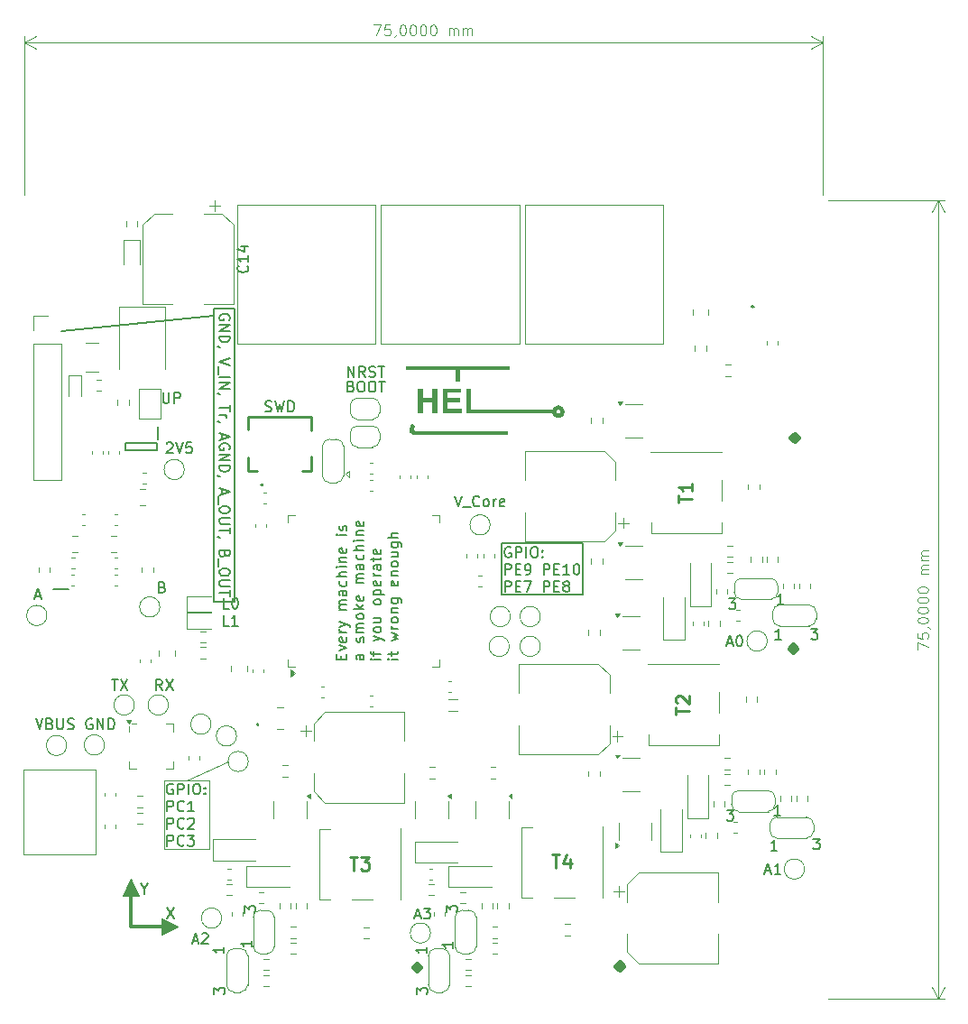
<source format=gbr>
%TF.GenerationSoftware,KiCad,Pcbnew,8.0.3*%
%TF.CreationDate,2024-09-23T16:56:09+02:00*%
%TF.ProjectId,USAN_r0,5553414e-5f72-4302-9e6b-696361645f70,rev?*%
%TF.SameCoordinates,Original*%
%TF.FileFunction,Legend,Top*%
%TF.FilePolarity,Positive*%
%FSLAX46Y46*%
G04 Gerber Fmt 4.6, Leading zero omitted, Abs format (unit mm)*
G04 Created by KiCad (PCBNEW 8.0.3) date 2024-09-23 16:56:09*
%MOMM*%
%LPD*%
G01*
G04 APERTURE LIST*
%ADD10C,0.300000*%
%ADD11C,0.100000*%
%ADD12C,0.160000*%
%ADD13C,0.150000*%
%ADD14C,0.600000*%
%ADD15C,0.254000*%
%ADD16C,0.200000*%
%ADD17C,0.120000*%
%ADD18C,0.000000*%
G04 APERTURE END LIST*
D10*
X60000000Y-118200000D02*
X63000000Y-118200000D01*
D11*
X63150000Y-104500000D02*
X67350000Y-104500000D01*
X67350000Y-110900000D01*
X63150000Y-110900000D01*
X63150000Y-104500000D01*
D12*
X94800000Y-82250000D02*
X102450000Y-82250000D01*
X102450000Y-87050000D01*
X94800000Y-87050000D01*
X94800000Y-82250000D01*
D11*
X64467982Y-118199621D02*
X62917982Y-118949621D01*
X62917982Y-117449621D01*
X64467982Y-118199621D01*
G36*
X64467982Y-118199621D02*
G01*
X62917982Y-118949621D01*
X62917982Y-117449621D01*
X64467982Y-118199621D01*
G37*
D10*
X60000000Y-118200000D02*
X60000000Y-115200000D01*
D11*
X65300000Y-104500000D02*
X69150000Y-102700000D01*
D13*
X67800000Y-60200000D02*
X69750000Y-60200000D01*
X69750000Y-87700000D01*
X67800000Y-87700000D01*
X67800000Y-60200000D01*
D11*
X60750000Y-115276264D02*
X59250000Y-115276264D01*
X60000000Y-113726264D01*
X60750000Y-115276264D01*
G36*
X60750000Y-115276264D02*
G01*
X59250000Y-115276264D01*
X60000000Y-113726264D01*
X60750000Y-115276264D01*
G37*
D13*
X67800000Y-60900000D02*
X53500000Y-62300000D01*
D12*
X80676691Y-67495489D02*
X80819548Y-67543108D01*
X80819548Y-67543108D02*
X80867167Y-67590727D01*
X80867167Y-67590727D02*
X80914786Y-67685965D01*
X80914786Y-67685965D02*
X80914786Y-67828822D01*
X80914786Y-67828822D02*
X80867167Y-67924060D01*
X80867167Y-67924060D02*
X80819548Y-67971680D01*
X80819548Y-67971680D02*
X80724310Y-68019299D01*
X80724310Y-68019299D02*
X80343358Y-68019299D01*
X80343358Y-68019299D02*
X80343358Y-67019299D01*
X80343358Y-67019299D02*
X80676691Y-67019299D01*
X80676691Y-67019299D02*
X80771929Y-67066918D01*
X80771929Y-67066918D02*
X80819548Y-67114537D01*
X80819548Y-67114537D02*
X80867167Y-67209775D01*
X80867167Y-67209775D02*
X80867167Y-67305013D01*
X80867167Y-67305013D02*
X80819548Y-67400251D01*
X80819548Y-67400251D02*
X80771929Y-67447870D01*
X80771929Y-67447870D02*
X80676691Y-67495489D01*
X80676691Y-67495489D02*
X80343358Y-67495489D01*
X81533834Y-67019299D02*
X81724310Y-67019299D01*
X81724310Y-67019299D02*
X81819548Y-67066918D01*
X81819548Y-67066918D02*
X81914786Y-67162156D01*
X81914786Y-67162156D02*
X81962405Y-67352632D01*
X81962405Y-67352632D02*
X81962405Y-67685965D01*
X81962405Y-67685965D02*
X81914786Y-67876441D01*
X81914786Y-67876441D02*
X81819548Y-67971680D01*
X81819548Y-67971680D02*
X81724310Y-68019299D01*
X81724310Y-68019299D02*
X81533834Y-68019299D01*
X81533834Y-68019299D02*
X81438596Y-67971680D01*
X81438596Y-67971680D02*
X81343358Y-67876441D01*
X81343358Y-67876441D02*
X81295739Y-67685965D01*
X81295739Y-67685965D02*
X81295739Y-67352632D01*
X81295739Y-67352632D02*
X81343358Y-67162156D01*
X81343358Y-67162156D02*
X81438596Y-67066918D01*
X81438596Y-67066918D02*
X81533834Y-67019299D01*
X82581453Y-67019299D02*
X82771929Y-67019299D01*
X82771929Y-67019299D02*
X82867167Y-67066918D01*
X82867167Y-67066918D02*
X82962405Y-67162156D01*
X82962405Y-67162156D02*
X83010024Y-67352632D01*
X83010024Y-67352632D02*
X83010024Y-67685965D01*
X83010024Y-67685965D02*
X82962405Y-67876441D01*
X82962405Y-67876441D02*
X82867167Y-67971680D01*
X82867167Y-67971680D02*
X82771929Y-68019299D01*
X82771929Y-68019299D02*
X82581453Y-68019299D01*
X82581453Y-68019299D02*
X82486215Y-67971680D01*
X82486215Y-67971680D02*
X82390977Y-67876441D01*
X82390977Y-67876441D02*
X82343358Y-67685965D01*
X82343358Y-67685965D02*
X82343358Y-67352632D01*
X82343358Y-67352632D02*
X82390977Y-67162156D01*
X82390977Y-67162156D02*
X82486215Y-67066918D01*
X82486215Y-67066918D02*
X82581453Y-67019299D01*
X83295739Y-67019299D02*
X83867167Y-67019299D01*
X83581453Y-68019299D02*
X83581453Y-67019299D01*
X86695739Y-117183584D02*
X87171929Y-117183584D01*
X86600501Y-117469299D02*
X86933834Y-116469299D01*
X86933834Y-116469299D02*
X87267167Y-117469299D01*
X87505263Y-116469299D02*
X88124310Y-116469299D01*
X88124310Y-116469299D02*
X87790977Y-116850251D01*
X87790977Y-116850251D02*
X87933834Y-116850251D01*
X87933834Y-116850251D02*
X88029072Y-116897870D01*
X88029072Y-116897870D02*
X88076691Y-116945489D01*
X88076691Y-116945489D02*
X88124310Y-117040727D01*
X88124310Y-117040727D02*
X88124310Y-117278822D01*
X88124310Y-117278822D02*
X88076691Y-117374060D01*
X88076691Y-117374060D02*
X88029072Y-117421680D01*
X88029072Y-117421680D02*
X87933834Y-117469299D01*
X87933834Y-117469299D02*
X87648120Y-117469299D01*
X87648120Y-117469299D02*
X87552882Y-117421680D01*
X87552882Y-117421680D02*
X87505263Y-117374060D01*
X115995739Y-91583584D02*
X116471929Y-91583584D01*
X115900501Y-91869299D02*
X116233834Y-90869299D01*
X116233834Y-90869299D02*
X116567167Y-91869299D01*
X117090977Y-90869299D02*
X117186215Y-90869299D01*
X117186215Y-90869299D02*
X117281453Y-90916918D01*
X117281453Y-90916918D02*
X117329072Y-90964537D01*
X117329072Y-90964537D02*
X117376691Y-91059775D01*
X117376691Y-91059775D02*
X117424310Y-91250251D01*
X117424310Y-91250251D02*
X117424310Y-91488346D01*
X117424310Y-91488346D02*
X117376691Y-91678822D01*
X117376691Y-91678822D02*
X117329072Y-91774060D01*
X117329072Y-91774060D02*
X117281453Y-91821680D01*
X117281453Y-91821680D02*
X117186215Y-91869299D01*
X117186215Y-91869299D02*
X117090977Y-91869299D01*
X117090977Y-91869299D02*
X116995739Y-91821680D01*
X116995739Y-91821680D02*
X116948120Y-91774060D01*
X116948120Y-91774060D02*
X116900501Y-91678822D01*
X116900501Y-91678822D02*
X116852882Y-91488346D01*
X116852882Y-91488346D02*
X116852882Y-91250251D01*
X116852882Y-91250251D02*
X116900501Y-91059775D01*
X116900501Y-91059775D02*
X116948120Y-90964537D01*
X116948120Y-90964537D02*
X116995739Y-90916918D01*
X116995739Y-90916918D02*
X117090977Y-90869299D01*
D14*
X105873307Y-121613085D02*
X106159021Y-121898800D01*
X106159021Y-121898800D02*
X105873307Y-122184514D01*
X105873307Y-122184514D02*
X105587593Y-121898800D01*
X105587593Y-121898800D02*
X105873307Y-121613085D01*
X105873307Y-121613085D02*
X105873307Y-122184514D01*
D12*
X72645739Y-69821680D02*
X72788596Y-69869299D01*
X72788596Y-69869299D02*
X73026691Y-69869299D01*
X73026691Y-69869299D02*
X73121929Y-69821680D01*
X73121929Y-69821680D02*
X73169548Y-69774060D01*
X73169548Y-69774060D02*
X73217167Y-69678822D01*
X73217167Y-69678822D02*
X73217167Y-69583584D01*
X73217167Y-69583584D02*
X73169548Y-69488346D01*
X73169548Y-69488346D02*
X73121929Y-69440727D01*
X73121929Y-69440727D02*
X73026691Y-69393108D01*
X73026691Y-69393108D02*
X72836215Y-69345489D01*
X72836215Y-69345489D02*
X72740977Y-69297870D01*
X72740977Y-69297870D02*
X72693358Y-69250251D01*
X72693358Y-69250251D02*
X72645739Y-69155013D01*
X72645739Y-69155013D02*
X72645739Y-69059775D01*
X72645739Y-69059775D02*
X72693358Y-68964537D01*
X72693358Y-68964537D02*
X72740977Y-68916918D01*
X72740977Y-68916918D02*
X72836215Y-68869299D01*
X72836215Y-68869299D02*
X73074310Y-68869299D01*
X73074310Y-68869299D02*
X73217167Y-68916918D01*
X73550501Y-68869299D02*
X73788596Y-69869299D01*
X73788596Y-69869299D02*
X73979072Y-69155013D01*
X73979072Y-69155013D02*
X74169548Y-69869299D01*
X74169548Y-69869299D02*
X74407644Y-68869299D01*
X74788596Y-69869299D02*
X74788596Y-68869299D01*
X74788596Y-68869299D02*
X75026691Y-68869299D01*
X75026691Y-68869299D02*
X75169548Y-68916918D01*
X75169548Y-68916918D02*
X75264786Y-69012156D01*
X75264786Y-69012156D02*
X75312405Y-69107394D01*
X75312405Y-69107394D02*
X75360024Y-69297870D01*
X75360024Y-69297870D02*
X75360024Y-69440727D01*
X75360024Y-69440727D02*
X75312405Y-69631203D01*
X75312405Y-69631203D02*
X75264786Y-69726441D01*
X75264786Y-69726441D02*
X75169548Y-69821680D01*
X75169548Y-69821680D02*
X75026691Y-69869299D01*
X75026691Y-69869299D02*
X74788596Y-69869299D01*
X62976691Y-86345489D02*
X63119548Y-86393108D01*
X63119548Y-86393108D02*
X63167167Y-86440727D01*
X63167167Y-86440727D02*
X63214786Y-86535965D01*
X63214786Y-86535965D02*
X63214786Y-86678822D01*
X63214786Y-86678822D02*
X63167167Y-86774060D01*
X63167167Y-86774060D02*
X63119548Y-86821680D01*
X63119548Y-86821680D02*
X63024310Y-86869299D01*
X63024310Y-86869299D02*
X62643358Y-86869299D01*
X62643358Y-86869299D02*
X62643358Y-85869299D01*
X62643358Y-85869299D02*
X62976691Y-85869299D01*
X62976691Y-85869299D02*
X63071929Y-85916918D01*
X63071929Y-85916918D02*
X63119548Y-85964537D01*
X63119548Y-85964537D02*
X63167167Y-86059775D01*
X63167167Y-86059775D02*
X63167167Y-86155013D01*
X63167167Y-86155013D02*
X63119548Y-86250251D01*
X63119548Y-86250251D02*
X63071929Y-86297870D01*
X63071929Y-86297870D02*
X62976691Y-86345489D01*
X62976691Y-86345489D02*
X62643358Y-86345489D01*
D14*
X122173307Y-91813085D02*
X122459021Y-92098800D01*
X122459021Y-92098800D02*
X122173307Y-92384514D01*
X122173307Y-92384514D02*
X121887593Y-92098800D01*
X121887593Y-92098800D02*
X122173307Y-91813085D01*
X122173307Y-91813085D02*
X122173307Y-92384514D01*
D12*
X51100501Y-98669299D02*
X51433834Y-99669299D01*
X51433834Y-99669299D02*
X51767167Y-98669299D01*
X52433834Y-99145489D02*
X52576691Y-99193108D01*
X52576691Y-99193108D02*
X52624310Y-99240727D01*
X52624310Y-99240727D02*
X52671929Y-99335965D01*
X52671929Y-99335965D02*
X52671929Y-99478822D01*
X52671929Y-99478822D02*
X52624310Y-99574060D01*
X52624310Y-99574060D02*
X52576691Y-99621680D01*
X52576691Y-99621680D02*
X52481453Y-99669299D01*
X52481453Y-99669299D02*
X52100501Y-99669299D01*
X52100501Y-99669299D02*
X52100501Y-98669299D01*
X52100501Y-98669299D02*
X52433834Y-98669299D01*
X52433834Y-98669299D02*
X52529072Y-98716918D01*
X52529072Y-98716918D02*
X52576691Y-98764537D01*
X52576691Y-98764537D02*
X52624310Y-98859775D01*
X52624310Y-98859775D02*
X52624310Y-98955013D01*
X52624310Y-98955013D02*
X52576691Y-99050251D01*
X52576691Y-99050251D02*
X52529072Y-99097870D01*
X52529072Y-99097870D02*
X52433834Y-99145489D01*
X52433834Y-99145489D02*
X52100501Y-99145489D01*
X53100501Y-98669299D02*
X53100501Y-99478822D01*
X53100501Y-99478822D02*
X53148120Y-99574060D01*
X53148120Y-99574060D02*
X53195739Y-99621680D01*
X53195739Y-99621680D02*
X53290977Y-99669299D01*
X53290977Y-99669299D02*
X53481453Y-99669299D01*
X53481453Y-99669299D02*
X53576691Y-99621680D01*
X53576691Y-99621680D02*
X53624310Y-99574060D01*
X53624310Y-99574060D02*
X53671929Y-99478822D01*
X53671929Y-99478822D02*
X53671929Y-98669299D01*
X54100501Y-99621680D02*
X54243358Y-99669299D01*
X54243358Y-99669299D02*
X54481453Y-99669299D01*
X54481453Y-99669299D02*
X54576691Y-99621680D01*
X54576691Y-99621680D02*
X54624310Y-99574060D01*
X54624310Y-99574060D02*
X54671929Y-99478822D01*
X54671929Y-99478822D02*
X54671929Y-99383584D01*
X54671929Y-99383584D02*
X54624310Y-99288346D01*
X54624310Y-99288346D02*
X54576691Y-99240727D01*
X54576691Y-99240727D02*
X54481453Y-99193108D01*
X54481453Y-99193108D02*
X54290977Y-99145489D01*
X54290977Y-99145489D02*
X54195739Y-99097870D01*
X54195739Y-99097870D02*
X54148120Y-99050251D01*
X54148120Y-99050251D02*
X54100501Y-98955013D01*
X54100501Y-98955013D02*
X54100501Y-98859775D01*
X54100501Y-98859775D02*
X54148120Y-98764537D01*
X54148120Y-98764537D02*
X54195739Y-98716918D01*
X54195739Y-98716918D02*
X54290977Y-98669299D01*
X54290977Y-98669299D02*
X54529072Y-98669299D01*
X54529072Y-98669299D02*
X54671929Y-98716918D01*
X56386215Y-98716918D02*
X56290977Y-98669299D01*
X56290977Y-98669299D02*
X56148120Y-98669299D01*
X56148120Y-98669299D02*
X56005263Y-98716918D01*
X56005263Y-98716918D02*
X55910025Y-98812156D01*
X55910025Y-98812156D02*
X55862406Y-98907394D01*
X55862406Y-98907394D02*
X55814787Y-99097870D01*
X55814787Y-99097870D02*
X55814787Y-99240727D01*
X55814787Y-99240727D02*
X55862406Y-99431203D01*
X55862406Y-99431203D02*
X55910025Y-99526441D01*
X55910025Y-99526441D02*
X56005263Y-99621680D01*
X56005263Y-99621680D02*
X56148120Y-99669299D01*
X56148120Y-99669299D02*
X56243358Y-99669299D01*
X56243358Y-99669299D02*
X56386215Y-99621680D01*
X56386215Y-99621680D02*
X56433834Y-99574060D01*
X56433834Y-99574060D02*
X56433834Y-99240727D01*
X56433834Y-99240727D02*
X56243358Y-99240727D01*
X56862406Y-99669299D02*
X56862406Y-98669299D01*
X56862406Y-98669299D02*
X57433834Y-99669299D01*
X57433834Y-99669299D02*
X57433834Y-98669299D01*
X57910025Y-99669299D02*
X57910025Y-98669299D01*
X57910025Y-98669299D02*
X58148120Y-98669299D01*
X58148120Y-98669299D02*
X58290977Y-98716918D01*
X58290977Y-98716918D02*
X58386215Y-98812156D01*
X58386215Y-98812156D02*
X58433834Y-98907394D01*
X58433834Y-98907394D02*
X58481453Y-99097870D01*
X58481453Y-99097870D02*
X58481453Y-99240727D01*
X58481453Y-99240727D02*
X58433834Y-99431203D01*
X58433834Y-99431203D02*
X58386215Y-99526441D01*
X58386215Y-99526441D02*
X58290977Y-99621680D01*
X58290977Y-99621680D02*
X58148120Y-99669299D01*
X58148120Y-99669299D02*
X57910025Y-99669299D01*
X69283081Y-61267167D02*
X69330700Y-61171929D01*
X69330700Y-61171929D02*
X69330700Y-61029072D01*
X69330700Y-61029072D02*
X69283081Y-60886215D01*
X69283081Y-60886215D02*
X69187843Y-60790977D01*
X69187843Y-60790977D02*
X69092605Y-60743358D01*
X69092605Y-60743358D02*
X68902129Y-60695739D01*
X68902129Y-60695739D02*
X68759272Y-60695739D01*
X68759272Y-60695739D02*
X68568796Y-60743358D01*
X68568796Y-60743358D02*
X68473558Y-60790977D01*
X68473558Y-60790977D02*
X68378320Y-60886215D01*
X68378320Y-60886215D02*
X68330700Y-61029072D01*
X68330700Y-61029072D02*
X68330700Y-61124310D01*
X68330700Y-61124310D02*
X68378320Y-61267167D01*
X68378320Y-61267167D02*
X68425939Y-61314786D01*
X68425939Y-61314786D02*
X68759272Y-61314786D01*
X68759272Y-61314786D02*
X68759272Y-61124310D01*
X68330700Y-61743358D02*
X69330700Y-61743358D01*
X69330700Y-61743358D02*
X68330700Y-62314786D01*
X68330700Y-62314786D02*
X69330700Y-62314786D01*
X68330700Y-62790977D02*
X69330700Y-62790977D01*
X69330700Y-62790977D02*
X69330700Y-63029072D01*
X69330700Y-63029072D02*
X69283081Y-63171929D01*
X69283081Y-63171929D02*
X69187843Y-63267167D01*
X69187843Y-63267167D02*
X69092605Y-63314786D01*
X69092605Y-63314786D02*
X68902129Y-63362405D01*
X68902129Y-63362405D02*
X68759272Y-63362405D01*
X68759272Y-63362405D02*
X68568796Y-63314786D01*
X68568796Y-63314786D02*
X68473558Y-63267167D01*
X68473558Y-63267167D02*
X68378320Y-63171929D01*
X68378320Y-63171929D02*
X68330700Y-63029072D01*
X68330700Y-63029072D02*
X68330700Y-62790977D01*
X68378320Y-63838596D02*
X68330700Y-63838596D01*
X68330700Y-63838596D02*
X68235462Y-63790977D01*
X68235462Y-63790977D02*
X68187843Y-63743358D01*
X69330700Y-64886215D02*
X68330700Y-65219548D01*
X68330700Y-65219548D02*
X69330700Y-65552881D01*
X68235462Y-65648120D02*
X68235462Y-66410024D01*
X68330700Y-66648120D02*
X69330700Y-66648120D01*
X68330700Y-67124310D02*
X69330700Y-67124310D01*
X69330700Y-67124310D02*
X68330700Y-67695738D01*
X68330700Y-67695738D02*
X69330700Y-67695738D01*
X68378320Y-68219548D02*
X68330700Y-68219548D01*
X68330700Y-68219548D02*
X68235462Y-68171929D01*
X68235462Y-68171929D02*
X68187843Y-68124310D01*
X69330700Y-69267167D02*
X69330700Y-69838595D01*
X68330700Y-69552881D02*
X69330700Y-69552881D01*
X68330700Y-70171929D02*
X68997367Y-70171929D01*
X68806891Y-70171929D02*
X68902129Y-70219548D01*
X68902129Y-70219548D02*
X68949748Y-70267167D01*
X68949748Y-70267167D02*
X68997367Y-70362405D01*
X68997367Y-70362405D02*
X68997367Y-70457643D01*
X68378320Y-70838596D02*
X68330700Y-70838596D01*
X68330700Y-70838596D02*
X68235462Y-70790977D01*
X68235462Y-70790977D02*
X68187843Y-70743358D01*
X68616415Y-71981453D02*
X68616415Y-72457643D01*
X68330700Y-71886215D02*
X69330700Y-72219548D01*
X69330700Y-72219548D02*
X68330700Y-72552881D01*
X69283081Y-73410024D02*
X69330700Y-73314786D01*
X69330700Y-73314786D02*
X69330700Y-73171929D01*
X69330700Y-73171929D02*
X69283081Y-73029072D01*
X69283081Y-73029072D02*
X69187843Y-72933834D01*
X69187843Y-72933834D02*
X69092605Y-72886215D01*
X69092605Y-72886215D02*
X68902129Y-72838596D01*
X68902129Y-72838596D02*
X68759272Y-72838596D01*
X68759272Y-72838596D02*
X68568796Y-72886215D01*
X68568796Y-72886215D02*
X68473558Y-72933834D01*
X68473558Y-72933834D02*
X68378320Y-73029072D01*
X68378320Y-73029072D02*
X68330700Y-73171929D01*
X68330700Y-73171929D02*
X68330700Y-73267167D01*
X68330700Y-73267167D02*
X68378320Y-73410024D01*
X68378320Y-73410024D02*
X68425939Y-73457643D01*
X68425939Y-73457643D02*
X68759272Y-73457643D01*
X68759272Y-73457643D02*
X68759272Y-73267167D01*
X68330700Y-73886215D02*
X69330700Y-73886215D01*
X69330700Y-73886215D02*
X68330700Y-74457643D01*
X68330700Y-74457643D02*
X69330700Y-74457643D01*
X68330700Y-74933834D02*
X69330700Y-74933834D01*
X69330700Y-74933834D02*
X69330700Y-75171929D01*
X69330700Y-75171929D02*
X69283081Y-75314786D01*
X69283081Y-75314786D02*
X69187843Y-75410024D01*
X69187843Y-75410024D02*
X69092605Y-75457643D01*
X69092605Y-75457643D02*
X68902129Y-75505262D01*
X68902129Y-75505262D02*
X68759272Y-75505262D01*
X68759272Y-75505262D02*
X68568796Y-75457643D01*
X68568796Y-75457643D02*
X68473558Y-75410024D01*
X68473558Y-75410024D02*
X68378320Y-75314786D01*
X68378320Y-75314786D02*
X68330700Y-75171929D01*
X68330700Y-75171929D02*
X68330700Y-74933834D01*
X68378320Y-75981453D02*
X68330700Y-75981453D01*
X68330700Y-75981453D02*
X68235462Y-75933834D01*
X68235462Y-75933834D02*
X68187843Y-75886215D01*
X68616415Y-77124310D02*
X68616415Y-77600500D01*
X68330700Y-77029072D02*
X69330700Y-77362405D01*
X69330700Y-77362405D02*
X68330700Y-77695738D01*
X68235462Y-77790977D02*
X68235462Y-78552881D01*
X69330700Y-78981453D02*
X69330700Y-79171929D01*
X69330700Y-79171929D02*
X69283081Y-79267167D01*
X69283081Y-79267167D02*
X69187843Y-79362405D01*
X69187843Y-79362405D02*
X68997367Y-79410024D01*
X68997367Y-79410024D02*
X68664034Y-79410024D01*
X68664034Y-79410024D02*
X68473558Y-79362405D01*
X68473558Y-79362405D02*
X68378320Y-79267167D01*
X68378320Y-79267167D02*
X68330700Y-79171929D01*
X68330700Y-79171929D02*
X68330700Y-78981453D01*
X68330700Y-78981453D02*
X68378320Y-78886215D01*
X68378320Y-78886215D02*
X68473558Y-78790977D01*
X68473558Y-78790977D02*
X68664034Y-78743358D01*
X68664034Y-78743358D02*
X68997367Y-78743358D01*
X68997367Y-78743358D02*
X69187843Y-78790977D01*
X69187843Y-78790977D02*
X69283081Y-78886215D01*
X69283081Y-78886215D02*
X69330700Y-78981453D01*
X69330700Y-79838596D02*
X68521177Y-79838596D01*
X68521177Y-79838596D02*
X68425939Y-79886215D01*
X68425939Y-79886215D02*
X68378320Y-79933834D01*
X68378320Y-79933834D02*
X68330700Y-80029072D01*
X68330700Y-80029072D02*
X68330700Y-80219548D01*
X68330700Y-80219548D02*
X68378320Y-80314786D01*
X68378320Y-80314786D02*
X68425939Y-80362405D01*
X68425939Y-80362405D02*
X68521177Y-80410024D01*
X68521177Y-80410024D02*
X69330700Y-80410024D01*
X69330700Y-80743358D02*
X69330700Y-81314786D01*
X68330700Y-81029072D02*
X69330700Y-81029072D01*
X68378320Y-81695739D02*
X68330700Y-81695739D01*
X68330700Y-81695739D02*
X68235462Y-81648120D01*
X68235462Y-81648120D02*
X68187843Y-81600501D01*
X68854510Y-83219548D02*
X68806891Y-83362405D01*
X68806891Y-83362405D02*
X68759272Y-83410024D01*
X68759272Y-83410024D02*
X68664034Y-83457643D01*
X68664034Y-83457643D02*
X68521177Y-83457643D01*
X68521177Y-83457643D02*
X68425939Y-83410024D01*
X68425939Y-83410024D02*
X68378320Y-83362405D01*
X68378320Y-83362405D02*
X68330700Y-83267167D01*
X68330700Y-83267167D02*
X68330700Y-82886215D01*
X68330700Y-82886215D02*
X69330700Y-82886215D01*
X69330700Y-82886215D02*
X69330700Y-83219548D01*
X69330700Y-83219548D02*
X69283081Y-83314786D01*
X69283081Y-83314786D02*
X69235462Y-83362405D01*
X69235462Y-83362405D02*
X69140224Y-83410024D01*
X69140224Y-83410024D02*
X69044986Y-83410024D01*
X69044986Y-83410024D02*
X68949748Y-83362405D01*
X68949748Y-83362405D02*
X68902129Y-83314786D01*
X68902129Y-83314786D02*
X68854510Y-83219548D01*
X68854510Y-83219548D02*
X68854510Y-82886215D01*
X68235462Y-83648120D02*
X68235462Y-84410024D01*
X69330700Y-84838596D02*
X69330700Y-85029072D01*
X69330700Y-85029072D02*
X69283081Y-85124310D01*
X69283081Y-85124310D02*
X69187843Y-85219548D01*
X69187843Y-85219548D02*
X68997367Y-85267167D01*
X68997367Y-85267167D02*
X68664034Y-85267167D01*
X68664034Y-85267167D02*
X68473558Y-85219548D01*
X68473558Y-85219548D02*
X68378320Y-85124310D01*
X68378320Y-85124310D02*
X68330700Y-85029072D01*
X68330700Y-85029072D02*
X68330700Y-84838596D01*
X68330700Y-84838596D02*
X68378320Y-84743358D01*
X68378320Y-84743358D02*
X68473558Y-84648120D01*
X68473558Y-84648120D02*
X68664034Y-84600501D01*
X68664034Y-84600501D02*
X68997367Y-84600501D01*
X68997367Y-84600501D02*
X69187843Y-84648120D01*
X69187843Y-84648120D02*
X69283081Y-84743358D01*
X69283081Y-84743358D02*
X69330700Y-84838596D01*
X69330700Y-85695739D02*
X68521177Y-85695739D01*
X68521177Y-85695739D02*
X68425939Y-85743358D01*
X68425939Y-85743358D02*
X68378320Y-85790977D01*
X68378320Y-85790977D02*
X68330700Y-85886215D01*
X68330700Y-85886215D02*
X68330700Y-86076691D01*
X68330700Y-86076691D02*
X68378320Y-86171929D01*
X68378320Y-86171929D02*
X68425939Y-86219548D01*
X68425939Y-86219548D02*
X68521177Y-86267167D01*
X68521177Y-86267167D02*
X69330700Y-86267167D01*
X69330700Y-86600501D02*
X69330700Y-87171929D01*
X68330700Y-86886215D02*
X69330700Y-86886215D01*
X64101879Y-117430700D02*
X63435213Y-116430700D01*
X63435213Y-117430700D02*
X64101879Y-116430700D01*
D14*
X86873307Y-121713085D02*
X87159021Y-121998800D01*
X87159021Y-121998800D02*
X86873307Y-122284514D01*
X86873307Y-122284514D02*
X86587593Y-121998800D01*
X86587593Y-121998800D02*
X86873307Y-121713085D01*
X86873307Y-121713085D02*
X86873307Y-122284514D01*
X122323307Y-72013085D02*
X122609021Y-72298800D01*
X122609021Y-72298800D02*
X122323307Y-72584514D01*
X122323307Y-72584514D02*
X122037593Y-72298800D01*
X122037593Y-72298800D02*
X122323307Y-72013085D01*
X122323307Y-72013085D02*
X122323307Y-72584514D01*
D12*
X51095739Y-87183584D02*
X51571929Y-87183584D01*
X51000501Y-87469299D02*
X51333834Y-86469299D01*
X51333834Y-86469299D02*
X51667167Y-87469299D01*
X69219548Y-88359355D02*
X68743358Y-88359355D01*
X68743358Y-88359355D02*
X68743358Y-87359355D01*
X69743358Y-87359355D02*
X69838596Y-87359355D01*
X69838596Y-87359355D02*
X69933834Y-87406974D01*
X69933834Y-87406974D02*
X69981453Y-87454593D01*
X69981453Y-87454593D02*
X70029072Y-87549831D01*
X70029072Y-87549831D02*
X70076691Y-87740307D01*
X70076691Y-87740307D02*
X70076691Y-87978402D01*
X70076691Y-87978402D02*
X70029072Y-88168878D01*
X70029072Y-88168878D02*
X69981453Y-88264116D01*
X69981453Y-88264116D02*
X69933834Y-88311736D01*
X69933834Y-88311736D02*
X69838596Y-88359355D01*
X69838596Y-88359355D02*
X69743358Y-88359355D01*
X69743358Y-88359355D02*
X69648120Y-88311736D01*
X69648120Y-88311736D02*
X69600501Y-88264116D01*
X69600501Y-88264116D02*
X69552882Y-88168878D01*
X69552882Y-88168878D02*
X69505263Y-87978402D01*
X69505263Y-87978402D02*
X69505263Y-87740307D01*
X69505263Y-87740307D02*
X69552882Y-87549831D01*
X69552882Y-87549831D02*
X69600501Y-87454593D01*
X69600501Y-87454593D02*
X69648120Y-87406974D01*
X69648120Y-87406974D02*
X69743358Y-87359355D01*
X69219548Y-89969299D02*
X68743358Y-89969299D01*
X68743358Y-89969299D02*
X68743358Y-88969299D01*
X70076691Y-89969299D02*
X69505263Y-89969299D01*
X69790977Y-89969299D02*
X69790977Y-88969299D01*
X69790977Y-88969299D02*
X69695739Y-89112156D01*
X69695739Y-89112156D02*
X69600501Y-89207394D01*
X69600501Y-89207394D02*
X69505263Y-89255013D01*
X95667167Y-82597030D02*
X95571929Y-82549411D01*
X95571929Y-82549411D02*
X95429072Y-82549411D01*
X95429072Y-82549411D02*
X95286215Y-82597030D01*
X95286215Y-82597030D02*
X95190977Y-82692268D01*
X95190977Y-82692268D02*
X95143358Y-82787506D01*
X95143358Y-82787506D02*
X95095739Y-82977982D01*
X95095739Y-82977982D02*
X95095739Y-83120839D01*
X95095739Y-83120839D02*
X95143358Y-83311315D01*
X95143358Y-83311315D02*
X95190977Y-83406553D01*
X95190977Y-83406553D02*
X95286215Y-83501792D01*
X95286215Y-83501792D02*
X95429072Y-83549411D01*
X95429072Y-83549411D02*
X95524310Y-83549411D01*
X95524310Y-83549411D02*
X95667167Y-83501792D01*
X95667167Y-83501792D02*
X95714786Y-83454172D01*
X95714786Y-83454172D02*
X95714786Y-83120839D01*
X95714786Y-83120839D02*
X95524310Y-83120839D01*
X96143358Y-83549411D02*
X96143358Y-82549411D01*
X96143358Y-82549411D02*
X96524310Y-82549411D01*
X96524310Y-82549411D02*
X96619548Y-82597030D01*
X96619548Y-82597030D02*
X96667167Y-82644649D01*
X96667167Y-82644649D02*
X96714786Y-82739887D01*
X96714786Y-82739887D02*
X96714786Y-82882744D01*
X96714786Y-82882744D02*
X96667167Y-82977982D01*
X96667167Y-82977982D02*
X96619548Y-83025601D01*
X96619548Y-83025601D02*
X96524310Y-83073220D01*
X96524310Y-83073220D02*
X96143358Y-83073220D01*
X97143358Y-83549411D02*
X97143358Y-82549411D01*
X97810024Y-82549411D02*
X98000500Y-82549411D01*
X98000500Y-82549411D02*
X98095738Y-82597030D01*
X98095738Y-82597030D02*
X98190976Y-82692268D01*
X98190976Y-82692268D02*
X98238595Y-82882744D01*
X98238595Y-82882744D02*
X98238595Y-83216077D01*
X98238595Y-83216077D02*
X98190976Y-83406553D01*
X98190976Y-83406553D02*
X98095738Y-83501792D01*
X98095738Y-83501792D02*
X98000500Y-83549411D01*
X98000500Y-83549411D02*
X97810024Y-83549411D01*
X97810024Y-83549411D02*
X97714786Y-83501792D01*
X97714786Y-83501792D02*
X97619548Y-83406553D01*
X97619548Y-83406553D02*
X97571929Y-83216077D01*
X97571929Y-83216077D02*
X97571929Y-82882744D01*
X97571929Y-82882744D02*
X97619548Y-82692268D01*
X97619548Y-82692268D02*
X97714786Y-82597030D01*
X97714786Y-82597030D02*
X97810024Y-82549411D01*
X98667167Y-83454172D02*
X98714786Y-83501792D01*
X98714786Y-83501792D02*
X98667167Y-83549411D01*
X98667167Y-83549411D02*
X98619548Y-83501792D01*
X98619548Y-83501792D02*
X98667167Y-83454172D01*
X98667167Y-83454172D02*
X98667167Y-83549411D01*
X98667167Y-82930363D02*
X98714786Y-82977982D01*
X98714786Y-82977982D02*
X98667167Y-83025601D01*
X98667167Y-83025601D02*
X98619548Y-82977982D01*
X98619548Y-82977982D02*
X98667167Y-82930363D01*
X98667167Y-82930363D02*
X98667167Y-83025601D01*
X95143358Y-85159355D02*
X95143358Y-84159355D01*
X95143358Y-84159355D02*
X95524310Y-84159355D01*
X95524310Y-84159355D02*
X95619548Y-84206974D01*
X95619548Y-84206974D02*
X95667167Y-84254593D01*
X95667167Y-84254593D02*
X95714786Y-84349831D01*
X95714786Y-84349831D02*
X95714786Y-84492688D01*
X95714786Y-84492688D02*
X95667167Y-84587926D01*
X95667167Y-84587926D02*
X95619548Y-84635545D01*
X95619548Y-84635545D02*
X95524310Y-84683164D01*
X95524310Y-84683164D02*
X95143358Y-84683164D01*
X96143358Y-84635545D02*
X96476691Y-84635545D01*
X96619548Y-85159355D02*
X96143358Y-85159355D01*
X96143358Y-85159355D02*
X96143358Y-84159355D01*
X96143358Y-84159355D02*
X96619548Y-84159355D01*
X97095739Y-85159355D02*
X97286215Y-85159355D01*
X97286215Y-85159355D02*
X97381453Y-85111736D01*
X97381453Y-85111736D02*
X97429072Y-85064116D01*
X97429072Y-85064116D02*
X97524310Y-84921259D01*
X97524310Y-84921259D02*
X97571929Y-84730783D01*
X97571929Y-84730783D02*
X97571929Y-84349831D01*
X97571929Y-84349831D02*
X97524310Y-84254593D01*
X97524310Y-84254593D02*
X97476691Y-84206974D01*
X97476691Y-84206974D02*
X97381453Y-84159355D01*
X97381453Y-84159355D02*
X97190977Y-84159355D01*
X97190977Y-84159355D02*
X97095739Y-84206974D01*
X97095739Y-84206974D02*
X97048120Y-84254593D01*
X97048120Y-84254593D02*
X97000501Y-84349831D01*
X97000501Y-84349831D02*
X97000501Y-84587926D01*
X97000501Y-84587926D02*
X97048120Y-84683164D01*
X97048120Y-84683164D02*
X97095739Y-84730783D01*
X97095739Y-84730783D02*
X97190977Y-84778402D01*
X97190977Y-84778402D02*
X97381453Y-84778402D01*
X97381453Y-84778402D02*
X97476691Y-84730783D01*
X97476691Y-84730783D02*
X97524310Y-84683164D01*
X97524310Y-84683164D02*
X97571929Y-84587926D01*
X98762406Y-85159355D02*
X98762406Y-84159355D01*
X98762406Y-84159355D02*
X99143358Y-84159355D01*
X99143358Y-84159355D02*
X99238596Y-84206974D01*
X99238596Y-84206974D02*
X99286215Y-84254593D01*
X99286215Y-84254593D02*
X99333834Y-84349831D01*
X99333834Y-84349831D02*
X99333834Y-84492688D01*
X99333834Y-84492688D02*
X99286215Y-84587926D01*
X99286215Y-84587926D02*
X99238596Y-84635545D01*
X99238596Y-84635545D02*
X99143358Y-84683164D01*
X99143358Y-84683164D02*
X98762406Y-84683164D01*
X99762406Y-84635545D02*
X100095739Y-84635545D01*
X100238596Y-85159355D02*
X99762406Y-85159355D01*
X99762406Y-85159355D02*
X99762406Y-84159355D01*
X99762406Y-84159355D02*
X100238596Y-84159355D01*
X101190977Y-85159355D02*
X100619549Y-85159355D01*
X100905263Y-85159355D02*
X100905263Y-84159355D01*
X100905263Y-84159355D02*
X100810025Y-84302212D01*
X100810025Y-84302212D02*
X100714787Y-84397450D01*
X100714787Y-84397450D02*
X100619549Y-84445069D01*
X101810025Y-84159355D02*
X101905263Y-84159355D01*
X101905263Y-84159355D02*
X102000501Y-84206974D01*
X102000501Y-84206974D02*
X102048120Y-84254593D01*
X102048120Y-84254593D02*
X102095739Y-84349831D01*
X102095739Y-84349831D02*
X102143358Y-84540307D01*
X102143358Y-84540307D02*
X102143358Y-84778402D01*
X102143358Y-84778402D02*
X102095739Y-84968878D01*
X102095739Y-84968878D02*
X102048120Y-85064116D01*
X102048120Y-85064116D02*
X102000501Y-85111736D01*
X102000501Y-85111736D02*
X101905263Y-85159355D01*
X101905263Y-85159355D02*
X101810025Y-85159355D01*
X101810025Y-85159355D02*
X101714787Y-85111736D01*
X101714787Y-85111736D02*
X101667168Y-85064116D01*
X101667168Y-85064116D02*
X101619549Y-84968878D01*
X101619549Y-84968878D02*
X101571930Y-84778402D01*
X101571930Y-84778402D02*
X101571930Y-84540307D01*
X101571930Y-84540307D02*
X101619549Y-84349831D01*
X101619549Y-84349831D02*
X101667168Y-84254593D01*
X101667168Y-84254593D02*
X101714787Y-84206974D01*
X101714787Y-84206974D02*
X101810025Y-84159355D01*
X95143358Y-86769299D02*
X95143358Y-85769299D01*
X95143358Y-85769299D02*
X95524310Y-85769299D01*
X95524310Y-85769299D02*
X95619548Y-85816918D01*
X95619548Y-85816918D02*
X95667167Y-85864537D01*
X95667167Y-85864537D02*
X95714786Y-85959775D01*
X95714786Y-85959775D02*
X95714786Y-86102632D01*
X95714786Y-86102632D02*
X95667167Y-86197870D01*
X95667167Y-86197870D02*
X95619548Y-86245489D01*
X95619548Y-86245489D02*
X95524310Y-86293108D01*
X95524310Y-86293108D02*
X95143358Y-86293108D01*
X96143358Y-86245489D02*
X96476691Y-86245489D01*
X96619548Y-86769299D02*
X96143358Y-86769299D01*
X96143358Y-86769299D02*
X96143358Y-85769299D01*
X96143358Y-85769299D02*
X96619548Y-85769299D01*
X96952882Y-85769299D02*
X97619548Y-85769299D01*
X97619548Y-85769299D02*
X97190977Y-86769299D01*
X98762406Y-86769299D02*
X98762406Y-85769299D01*
X98762406Y-85769299D02*
X99143358Y-85769299D01*
X99143358Y-85769299D02*
X99238596Y-85816918D01*
X99238596Y-85816918D02*
X99286215Y-85864537D01*
X99286215Y-85864537D02*
X99333834Y-85959775D01*
X99333834Y-85959775D02*
X99333834Y-86102632D01*
X99333834Y-86102632D02*
X99286215Y-86197870D01*
X99286215Y-86197870D02*
X99238596Y-86245489D01*
X99238596Y-86245489D02*
X99143358Y-86293108D01*
X99143358Y-86293108D02*
X98762406Y-86293108D01*
X99762406Y-86245489D02*
X100095739Y-86245489D01*
X100238596Y-86769299D02*
X99762406Y-86769299D01*
X99762406Y-86769299D02*
X99762406Y-85769299D01*
X99762406Y-85769299D02*
X100238596Y-85769299D01*
X100810025Y-86197870D02*
X100714787Y-86150251D01*
X100714787Y-86150251D02*
X100667168Y-86102632D01*
X100667168Y-86102632D02*
X100619549Y-86007394D01*
X100619549Y-86007394D02*
X100619549Y-85959775D01*
X100619549Y-85959775D02*
X100667168Y-85864537D01*
X100667168Y-85864537D02*
X100714787Y-85816918D01*
X100714787Y-85816918D02*
X100810025Y-85769299D01*
X100810025Y-85769299D02*
X101000501Y-85769299D01*
X101000501Y-85769299D02*
X101095739Y-85816918D01*
X101095739Y-85816918D02*
X101143358Y-85864537D01*
X101143358Y-85864537D02*
X101190977Y-85959775D01*
X101190977Y-85959775D02*
X101190977Y-86007394D01*
X101190977Y-86007394D02*
X101143358Y-86102632D01*
X101143358Y-86102632D02*
X101095739Y-86150251D01*
X101095739Y-86150251D02*
X101000501Y-86197870D01*
X101000501Y-86197870D02*
X100810025Y-86197870D01*
X100810025Y-86197870D02*
X100714787Y-86245489D01*
X100714787Y-86245489D02*
X100667168Y-86293108D01*
X100667168Y-86293108D02*
X100619549Y-86388346D01*
X100619549Y-86388346D02*
X100619549Y-86578822D01*
X100619549Y-86578822D02*
X100667168Y-86674060D01*
X100667168Y-86674060D02*
X100714787Y-86721680D01*
X100714787Y-86721680D02*
X100810025Y-86769299D01*
X100810025Y-86769299D02*
X101000501Y-86769299D01*
X101000501Y-86769299D02*
X101095739Y-86721680D01*
X101095739Y-86721680D02*
X101143358Y-86674060D01*
X101143358Y-86674060D02*
X101190977Y-86578822D01*
X101190977Y-86578822D02*
X101190977Y-86388346D01*
X101190977Y-86388346D02*
X101143358Y-86293108D01*
X101143358Y-86293108D02*
X101095739Y-86245489D01*
X101095739Y-86245489D02*
X101000501Y-86197870D01*
X80393358Y-66619299D02*
X80393358Y-65619299D01*
X80393358Y-65619299D02*
X80964786Y-66619299D01*
X80964786Y-66619299D02*
X80964786Y-65619299D01*
X82012405Y-66619299D02*
X81679072Y-66143108D01*
X81440977Y-66619299D02*
X81440977Y-65619299D01*
X81440977Y-65619299D02*
X81821929Y-65619299D01*
X81821929Y-65619299D02*
X81917167Y-65666918D01*
X81917167Y-65666918D02*
X81964786Y-65714537D01*
X81964786Y-65714537D02*
X82012405Y-65809775D01*
X82012405Y-65809775D02*
X82012405Y-65952632D01*
X82012405Y-65952632D02*
X81964786Y-66047870D01*
X81964786Y-66047870D02*
X81917167Y-66095489D01*
X81917167Y-66095489D02*
X81821929Y-66143108D01*
X81821929Y-66143108D02*
X81440977Y-66143108D01*
X82393358Y-66571680D02*
X82536215Y-66619299D01*
X82536215Y-66619299D02*
X82774310Y-66619299D01*
X82774310Y-66619299D02*
X82869548Y-66571680D01*
X82869548Y-66571680D02*
X82917167Y-66524060D01*
X82917167Y-66524060D02*
X82964786Y-66428822D01*
X82964786Y-66428822D02*
X82964786Y-66333584D01*
X82964786Y-66333584D02*
X82917167Y-66238346D01*
X82917167Y-66238346D02*
X82869548Y-66190727D01*
X82869548Y-66190727D02*
X82774310Y-66143108D01*
X82774310Y-66143108D02*
X82583834Y-66095489D01*
X82583834Y-66095489D02*
X82488596Y-66047870D01*
X82488596Y-66047870D02*
X82440977Y-66000251D01*
X82440977Y-66000251D02*
X82393358Y-65905013D01*
X82393358Y-65905013D02*
X82393358Y-65809775D01*
X82393358Y-65809775D02*
X82440977Y-65714537D01*
X82440977Y-65714537D02*
X82488596Y-65666918D01*
X82488596Y-65666918D02*
X82583834Y-65619299D01*
X82583834Y-65619299D02*
X82821929Y-65619299D01*
X82821929Y-65619299D02*
X82964786Y-65666918D01*
X83250501Y-65619299D02*
X83821929Y-65619299D01*
X83536215Y-66619299D02*
X83536215Y-65619299D01*
X63043358Y-68069299D02*
X63043358Y-68878822D01*
X63043358Y-68878822D02*
X63090977Y-68974060D01*
X63090977Y-68974060D02*
X63138596Y-69021680D01*
X63138596Y-69021680D02*
X63233834Y-69069299D01*
X63233834Y-69069299D02*
X63424310Y-69069299D01*
X63424310Y-69069299D02*
X63519548Y-69021680D01*
X63519548Y-69021680D02*
X63567167Y-68974060D01*
X63567167Y-68974060D02*
X63614786Y-68878822D01*
X63614786Y-68878822D02*
X63614786Y-68069299D01*
X64090977Y-69069299D02*
X64090977Y-68069299D01*
X64090977Y-68069299D02*
X64471929Y-68069299D01*
X64471929Y-68069299D02*
X64567167Y-68116918D01*
X64567167Y-68116918D02*
X64614786Y-68164537D01*
X64614786Y-68164537D02*
X64662405Y-68259775D01*
X64662405Y-68259775D02*
X64662405Y-68402632D01*
X64662405Y-68402632D02*
X64614786Y-68497870D01*
X64614786Y-68497870D02*
X64567167Y-68545489D01*
X64567167Y-68545489D02*
X64471929Y-68593108D01*
X64471929Y-68593108D02*
X64090977Y-68593108D01*
X63967167Y-104837086D02*
X63871929Y-104789467D01*
X63871929Y-104789467D02*
X63729072Y-104789467D01*
X63729072Y-104789467D02*
X63586215Y-104837086D01*
X63586215Y-104837086D02*
X63490977Y-104932324D01*
X63490977Y-104932324D02*
X63443358Y-105027562D01*
X63443358Y-105027562D02*
X63395739Y-105218038D01*
X63395739Y-105218038D02*
X63395739Y-105360895D01*
X63395739Y-105360895D02*
X63443358Y-105551371D01*
X63443358Y-105551371D02*
X63490977Y-105646609D01*
X63490977Y-105646609D02*
X63586215Y-105741848D01*
X63586215Y-105741848D02*
X63729072Y-105789467D01*
X63729072Y-105789467D02*
X63824310Y-105789467D01*
X63824310Y-105789467D02*
X63967167Y-105741848D01*
X63967167Y-105741848D02*
X64014786Y-105694228D01*
X64014786Y-105694228D02*
X64014786Y-105360895D01*
X64014786Y-105360895D02*
X63824310Y-105360895D01*
X64443358Y-105789467D02*
X64443358Y-104789467D01*
X64443358Y-104789467D02*
X64824310Y-104789467D01*
X64824310Y-104789467D02*
X64919548Y-104837086D01*
X64919548Y-104837086D02*
X64967167Y-104884705D01*
X64967167Y-104884705D02*
X65014786Y-104979943D01*
X65014786Y-104979943D02*
X65014786Y-105122800D01*
X65014786Y-105122800D02*
X64967167Y-105218038D01*
X64967167Y-105218038D02*
X64919548Y-105265657D01*
X64919548Y-105265657D02*
X64824310Y-105313276D01*
X64824310Y-105313276D02*
X64443358Y-105313276D01*
X65443358Y-105789467D02*
X65443358Y-104789467D01*
X66110024Y-104789467D02*
X66300500Y-104789467D01*
X66300500Y-104789467D02*
X66395738Y-104837086D01*
X66395738Y-104837086D02*
X66490976Y-104932324D01*
X66490976Y-104932324D02*
X66538595Y-105122800D01*
X66538595Y-105122800D02*
X66538595Y-105456133D01*
X66538595Y-105456133D02*
X66490976Y-105646609D01*
X66490976Y-105646609D02*
X66395738Y-105741848D01*
X66395738Y-105741848D02*
X66300500Y-105789467D01*
X66300500Y-105789467D02*
X66110024Y-105789467D01*
X66110024Y-105789467D02*
X66014786Y-105741848D01*
X66014786Y-105741848D02*
X65919548Y-105646609D01*
X65919548Y-105646609D02*
X65871929Y-105456133D01*
X65871929Y-105456133D02*
X65871929Y-105122800D01*
X65871929Y-105122800D02*
X65919548Y-104932324D01*
X65919548Y-104932324D02*
X66014786Y-104837086D01*
X66014786Y-104837086D02*
X66110024Y-104789467D01*
X66967167Y-105694228D02*
X67014786Y-105741848D01*
X67014786Y-105741848D02*
X66967167Y-105789467D01*
X66967167Y-105789467D02*
X66919548Y-105741848D01*
X66919548Y-105741848D02*
X66967167Y-105694228D01*
X66967167Y-105694228D02*
X66967167Y-105789467D01*
X66967167Y-105170419D02*
X67014786Y-105218038D01*
X67014786Y-105218038D02*
X66967167Y-105265657D01*
X66967167Y-105265657D02*
X66919548Y-105218038D01*
X66919548Y-105218038D02*
X66967167Y-105170419D01*
X66967167Y-105170419D02*
X66967167Y-105265657D01*
X63443358Y-107399411D02*
X63443358Y-106399411D01*
X63443358Y-106399411D02*
X63824310Y-106399411D01*
X63824310Y-106399411D02*
X63919548Y-106447030D01*
X63919548Y-106447030D02*
X63967167Y-106494649D01*
X63967167Y-106494649D02*
X64014786Y-106589887D01*
X64014786Y-106589887D02*
X64014786Y-106732744D01*
X64014786Y-106732744D02*
X63967167Y-106827982D01*
X63967167Y-106827982D02*
X63919548Y-106875601D01*
X63919548Y-106875601D02*
X63824310Y-106923220D01*
X63824310Y-106923220D02*
X63443358Y-106923220D01*
X65014786Y-107304172D02*
X64967167Y-107351792D01*
X64967167Y-107351792D02*
X64824310Y-107399411D01*
X64824310Y-107399411D02*
X64729072Y-107399411D01*
X64729072Y-107399411D02*
X64586215Y-107351792D01*
X64586215Y-107351792D02*
X64490977Y-107256553D01*
X64490977Y-107256553D02*
X64443358Y-107161315D01*
X64443358Y-107161315D02*
X64395739Y-106970839D01*
X64395739Y-106970839D02*
X64395739Y-106827982D01*
X64395739Y-106827982D02*
X64443358Y-106637506D01*
X64443358Y-106637506D02*
X64490977Y-106542268D01*
X64490977Y-106542268D02*
X64586215Y-106447030D01*
X64586215Y-106447030D02*
X64729072Y-106399411D01*
X64729072Y-106399411D02*
X64824310Y-106399411D01*
X64824310Y-106399411D02*
X64967167Y-106447030D01*
X64967167Y-106447030D02*
X65014786Y-106494649D01*
X65967167Y-107399411D02*
X65395739Y-107399411D01*
X65681453Y-107399411D02*
X65681453Y-106399411D01*
X65681453Y-106399411D02*
X65586215Y-106542268D01*
X65586215Y-106542268D02*
X65490977Y-106637506D01*
X65490977Y-106637506D02*
X65395739Y-106685125D01*
X63443358Y-109009355D02*
X63443358Y-108009355D01*
X63443358Y-108009355D02*
X63824310Y-108009355D01*
X63824310Y-108009355D02*
X63919548Y-108056974D01*
X63919548Y-108056974D02*
X63967167Y-108104593D01*
X63967167Y-108104593D02*
X64014786Y-108199831D01*
X64014786Y-108199831D02*
X64014786Y-108342688D01*
X64014786Y-108342688D02*
X63967167Y-108437926D01*
X63967167Y-108437926D02*
X63919548Y-108485545D01*
X63919548Y-108485545D02*
X63824310Y-108533164D01*
X63824310Y-108533164D02*
X63443358Y-108533164D01*
X65014786Y-108914116D02*
X64967167Y-108961736D01*
X64967167Y-108961736D02*
X64824310Y-109009355D01*
X64824310Y-109009355D02*
X64729072Y-109009355D01*
X64729072Y-109009355D02*
X64586215Y-108961736D01*
X64586215Y-108961736D02*
X64490977Y-108866497D01*
X64490977Y-108866497D02*
X64443358Y-108771259D01*
X64443358Y-108771259D02*
X64395739Y-108580783D01*
X64395739Y-108580783D02*
X64395739Y-108437926D01*
X64395739Y-108437926D02*
X64443358Y-108247450D01*
X64443358Y-108247450D02*
X64490977Y-108152212D01*
X64490977Y-108152212D02*
X64586215Y-108056974D01*
X64586215Y-108056974D02*
X64729072Y-108009355D01*
X64729072Y-108009355D02*
X64824310Y-108009355D01*
X64824310Y-108009355D02*
X64967167Y-108056974D01*
X64967167Y-108056974D02*
X65014786Y-108104593D01*
X65395739Y-108104593D02*
X65443358Y-108056974D01*
X65443358Y-108056974D02*
X65538596Y-108009355D01*
X65538596Y-108009355D02*
X65776691Y-108009355D01*
X65776691Y-108009355D02*
X65871929Y-108056974D01*
X65871929Y-108056974D02*
X65919548Y-108104593D01*
X65919548Y-108104593D02*
X65967167Y-108199831D01*
X65967167Y-108199831D02*
X65967167Y-108295069D01*
X65967167Y-108295069D02*
X65919548Y-108437926D01*
X65919548Y-108437926D02*
X65348120Y-109009355D01*
X65348120Y-109009355D02*
X65967167Y-109009355D01*
X63443358Y-110619299D02*
X63443358Y-109619299D01*
X63443358Y-109619299D02*
X63824310Y-109619299D01*
X63824310Y-109619299D02*
X63919548Y-109666918D01*
X63919548Y-109666918D02*
X63967167Y-109714537D01*
X63967167Y-109714537D02*
X64014786Y-109809775D01*
X64014786Y-109809775D02*
X64014786Y-109952632D01*
X64014786Y-109952632D02*
X63967167Y-110047870D01*
X63967167Y-110047870D02*
X63919548Y-110095489D01*
X63919548Y-110095489D02*
X63824310Y-110143108D01*
X63824310Y-110143108D02*
X63443358Y-110143108D01*
X65014786Y-110524060D02*
X64967167Y-110571680D01*
X64967167Y-110571680D02*
X64824310Y-110619299D01*
X64824310Y-110619299D02*
X64729072Y-110619299D01*
X64729072Y-110619299D02*
X64586215Y-110571680D01*
X64586215Y-110571680D02*
X64490977Y-110476441D01*
X64490977Y-110476441D02*
X64443358Y-110381203D01*
X64443358Y-110381203D02*
X64395739Y-110190727D01*
X64395739Y-110190727D02*
X64395739Y-110047870D01*
X64395739Y-110047870D02*
X64443358Y-109857394D01*
X64443358Y-109857394D02*
X64490977Y-109762156D01*
X64490977Y-109762156D02*
X64586215Y-109666918D01*
X64586215Y-109666918D02*
X64729072Y-109619299D01*
X64729072Y-109619299D02*
X64824310Y-109619299D01*
X64824310Y-109619299D02*
X64967167Y-109666918D01*
X64967167Y-109666918D02*
X65014786Y-109714537D01*
X65348120Y-109619299D02*
X65967167Y-109619299D01*
X65967167Y-109619299D02*
X65633834Y-110000251D01*
X65633834Y-110000251D02*
X65776691Y-110000251D01*
X65776691Y-110000251D02*
X65871929Y-110047870D01*
X65871929Y-110047870D02*
X65919548Y-110095489D01*
X65919548Y-110095489D02*
X65967167Y-110190727D01*
X65967167Y-110190727D02*
X65967167Y-110428822D01*
X65967167Y-110428822D02*
X65919548Y-110524060D01*
X65919548Y-110524060D02*
X65871929Y-110571680D01*
X65871929Y-110571680D02*
X65776691Y-110619299D01*
X65776691Y-110619299D02*
X65490977Y-110619299D01*
X65490977Y-110619299D02*
X65395739Y-110571680D01*
X65395739Y-110571680D02*
X65348120Y-110524060D01*
X119595739Y-112983584D02*
X120071929Y-112983584D01*
X119500501Y-113269299D02*
X119833834Y-112269299D01*
X119833834Y-112269299D02*
X120167167Y-113269299D01*
X121024310Y-113269299D02*
X120452882Y-113269299D01*
X120738596Y-113269299D02*
X120738596Y-112269299D01*
X120738596Y-112269299D02*
X120643358Y-112412156D01*
X120643358Y-112412156D02*
X120548120Y-112507394D01*
X120548120Y-112507394D02*
X120452882Y-112555013D01*
X58250501Y-95019299D02*
X58821929Y-95019299D01*
X58536215Y-96019299D02*
X58536215Y-95019299D01*
X59060025Y-95019299D02*
X59726691Y-96019299D01*
X59726691Y-95019299D02*
X59060025Y-96019299D01*
X62964787Y-96019299D02*
X62631454Y-95543108D01*
X62393359Y-96019299D02*
X62393359Y-95019299D01*
X62393359Y-95019299D02*
X62774311Y-95019299D01*
X62774311Y-95019299D02*
X62869549Y-95066918D01*
X62869549Y-95066918D02*
X62917168Y-95114537D01*
X62917168Y-95114537D02*
X62964787Y-95209775D01*
X62964787Y-95209775D02*
X62964787Y-95352632D01*
X62964787Y-95352632D02*
X62917168Y-95447870D01*
X62917168Y-95447870D02*
X62869549Y-95495489D01*
X62869549Y-95495489D02*
X62774311Y-95543108D01*
X62774311Y-95543108D02*
X62393359Y-95543108D01*
X63298121Y-95019299D02*
X63964787Y-96019299D01*
X63964787Y-95019299D02*
X63298121Y-96019299D01*
X61283834Y-114669372D02*
X61283834Y-115145563D01*
X60950501Y-114145563D02*
X61283834Y-114669372D01*
X61283834Y-114669372D02*
X61617167Y-114145563D01*
X65845739Y-119533584D02*
X66321929Y-119533584D01*
X65750501Y-119819299D02*
X66083834Y-118819299D01*
X66083834Y-118819299D02*
X66417167Y-119819299D01*
X66702882Y-118914537D02*
X66750501Y-118866918D01*
X66750501Y-118866918D02*
X66845739Y-118819299D01*
X66845739Y-118819299D02*
X67083834Y-118819299D01*
X67083834Y-118819299D02*
X67179072Y-118866918D01*
X67179072Y-118866918D02*
X67226691Y-118914537D01*
X67226691Y-118914537D02*
X67274310Y-119009775D01*
X67274310Y-119009775D02*
X67274310Y-119105013D01*
X67274310Y-119105013D02*
X67226691Y-119247870D01*
X67226691Y-119247870D02*
X66655263Y-119819299D01*
X66655263Y-119819299D02*
X67274310Y-119819299D01*
X90400501Y-77769299D02*
X90733834Y-78769299D01*
X90733834Y-78769299D02*
X91067167Y-77769299D01*
X91162406Y-78864537D02*
X91924310Y-78864537D01*
X92733834Y-78674060D02*
X92686215Y-78721680D01*
X92686215Y-78721680D02*
X92543358Y-78769299D01*
X92543358Y-78769299D02*
X92448120Y-78769299D01*
X92448120Y-78769299D02*
X92305263Y-78721680D01*
X92305263Y-78721680D02*
X92210025Y-78626441D01*
X92210025Y-78626441D02*
X92162406Y-78531203D01*
X92162406Y-78531203D02*
X92114787Y-78340727D01*
X92114787Y-78340727D02*
X92114787Y-78197870D01*
X92114787Y-78197870D02*
X92162406Y-78007394D01*
X92162406Y-78007394D02*
X92210025Y-77912156D01*
X92210025Y-77912156D02*
X92305263Y-77816918D01*
X92305263Y-77816918D02*
X92448120Y-77769299D01*
X92448120Y-77769299D02*
X92543358Y-77769299D01*
X92543358Y-77769299D02*
X92686215Y-77816918D01*
X92686215Y-77816918D02*
X92733834Y-77864537D01*
X93305263Y-78769299D02*
X93210025Y-78721680D01*
X93210025Y-78721680D02*
X93162406Y-78674060D01*
X93162406Y-78674060D02*
X93114787Y-78578822D01*
X93114787Y-78578822D02*
X93114787Y-78293108D01*
X93114787Y-78293108D02*
X93162406Y-78197870D01*
X93162406Y-78197870D02*
X93210025Y-78150251D01*
X93210025Y-78150251D02*
X93305263Y-78102632D01*
X93305263Y-78102632D02*
X93448120Y-78102632D01*
X93448120Y-78102632D02*
X93543358Y-78150251D01*
X93543358Y-78150251D02*
X93590977Y-78197870D01*
X93590977Y-78197870D02*
X93638596Y-78293108D01*
X93638596Y-78293108D02*
X93638596Y-78578822D01*
X93638596Y-78578822D02*
X93590977Y-78674060D01*
X93590977Y-78674060D02*
X93543358Y-78721680D01*
X93543358Y-78721680D02*
X93448120Y-78769299D01*
X93448120Y-78769299D02*
X93305263Y-78769299D01*
X94067168Y-78769299D02*
X94067168Y-78102632D01*
X94067168Y-78293108D02*
X94114787Y-78197870D01*
X94114787Y-78197870D02*
X94162406Y-78150251D01*
X94162406Y-78150251D02*
X94257644Y-78102632D01*
X94257644Y-78102632D02*
X94352882Y-78102632D01*
X95067168Y-78721680D02*
X94971930Y-78769299D01*
X94971930Y-78769299D02*
X94781454Y-78769299D01*
X94781454Y-78769299D02*
X94686216Y-78721680D01*
X94686216Y-78721680D02*
X94638597Y-78626441D01*
X94638597Y-78626441D02*
X94638597Y-78245489D01*
X94638597Y-78245489D02*
X94686216Y-78150251D01*
X94686216Y-78150251D02*
X94781454Y-78102632D01*
X94781454Y-78102632D02*
X94971930Y-78102632D01*
X94971930Y-78102632D02*
X95067168Y-78150251D01*
X95067168Y-78150251D02*
X95114787Y-78245489D01*
X95114787Y-78245489D02*
X95114787Y-78340727D01*
X95114787Y-78340727D02*
X94638597Y-78435965D01*
X63395739Y-72864537D02*
X63443358Y-72816918D01*
X63443358Y-72816918D02*
X63538596Y-72769299D01*
X63538596Y-72769299D02*
X63776691Y-72769299D01*
X63776691Y-72769299D02*
X63871929Y-72816918D01*
X63871929Y-72816918D02*
X63919548Y-72864537D01*
X63919548Y-72864537D02*
X63967167Y-72959775D01*
X63967167Y-72959775D02*
X63967167Y-73055013D01*
X63967167Y-73055013D02*
X63919548Y-73197870D01*
X63919548Y-73197870D02*
X63348120Y-73769299D01*
X63348120Y-73769299D02*
X63967167Y-73769299D01*
X64252882Y-72769299D02*
X64586215Y-73769299D01*
X64586215Y-73769299D02*
X64919548Y-72769299D01*
X65729072Y-72769299D02*
X65252882Y-72769299D01*
X65252882Y-72769299D02*
X65205263Y-73245489D01*
X65205263Y-73245489D02*
X65252882Y-73197870D01*
X65252882Y-73197870D02*
X65348120Y-73150251D01*
X65348120Y-73150251D02*
X65586215Y-73150251D01*
X65586215Y-73150251D02*
X65681453Y-73197870D01*
X65681453Y-73197870D02*
X65729072Y-73245489D01*
X65729072Y-73245489D02*
X65776691Y-73340727D01*
X65776691Y-73340727D02*
X65776691Y-73578822D01*
X65776691Y-73578822D02*
X65729072Y-73674060D01*
X65729072Y-73674060D02*
X65681453Y-73721680D01*
X65681453Y-73721680D02*
X65586215Y-73769299D01*
X65586215Y-73769299D02*
X65348120Y-73769299D01*
X65348120Y-73769299D02*
X65252882Y-73721680D01*
X65252882Y-73721680D02*
X65205263Y-73674060D01*
X79765657Y-93106641D02*
X79765657Y-92773308D01*
X80289467Y-92630451D02*
X80289467Y-93106641D01*
X80289467Y-93106641D02*
X79289467Y-93106641D01*
X79289467Y-93106641D02*
X79289467Y-92630451D01*
X79622800Y-92297117D02*
X80289467Y-92059022D01*
X80289467Y-92059022D02*
X79622800Y-91820927D01*
X80241848Y-91059022D02*
X80289467Y-91154260D01*
X80289467Y-91154260D02*
X80289467Y-91344736D01*
X80289467Y-91344736D02*
X80241848Y-91439974D01*
X80241848Y-91439974D02*
X80146609Y-91487593D01*
X80146609Y-91487593D02*
X79765657Y-91487593D01*
X79765657Y-91487593D02*
X79670419Y-91439974D01*
X79670419Y-91439974D02*
X79622800Y-91344736D01*
X79622800Y-91344736D02*
X79622800Y-91154260D01*
X79622800Y-91154260D02*
X79670419Y-91059022D01*
X79670419Y-91059022D02*
X79765657Y-91011403D01*
X79765657Y-91011403D02*
X79860895Y-91011403D01*
X79860895Y-91011403D02*
X79956133Y-91487593D01*
X80289467Y-90582831D02*
X79622800Y-90582831D01*
X79813276Y-90582831D02*
X79718038Y-90535212D01*
X79718038Y-90535212D02*
X79670419Y-90487593D01*
X79670419Y-90487593D02*
X79622800Y-90392355D01*
X79622800Y-90392355D02*
X79622800Y-90297117D01*
X79622800Y-90059021D02*
X80289467Y-89820926D01*
X79622800Y-89582831D02*
X80289467Y-89820926D01*
X80289467Y-89820926D02*
X80527562Y-89916164D01*
X80527562Y-89916164D02*
X80575181Y-89963783D01*
X80575181Y-89963783D02*
X80622800Y-90059021D01*
X80289467Y-88439973D02*
X79622800Y-88439973D01*
X79718038Y-88439973D02*
X79670419Y-88392354D01*
X79670419Y-88392354D02*
X79622800Y-88297116D01*
X79622800Y-88297116D02*
X79622800Y-88154259D01*
X79622800Y-88154259D02*
X79670419Y-88059021D01*
X79670419Y-88059021D02*
X79765657Y-88011402D01*
X79765657Y-88011402D02*
X80289467Y-88011402D01*
X79765657Y-88011402D02*
X79670419Y-87963783D01*
X79670419Y-87963783D02*
X79622800Y-87868545D01*
X79622800Y-87868545D02*
X79622800Y-87725688D01*
X79622800Y-87725688D02*
X79670419Y-87630449D01*
X79670419Y-87630449D02*
X79765657Y-87582830D01*
X79765657Y-87582830D02*
X80289467Y-87582830D01*
X80289467Y-86678069D02*
X79765657Y-86678069D01*
X79765657Y-86678069D02*
X79670419Y-86725688D01*
X79670419Y-86725688D02*
X79622800Y-86820926D01*
X79622800Y-86820926D02*
X79622800Y-87011402D01*
X79622800Y-87011402D02*
X79670419Y-87106640D01*
X80241848Y-86678069D02*
X80289467Y-86773307D01*
X80289467Y-86773307D02*
X80289467Y-87011402D01*
X80289467Y-87011402D02*
X80241848Y-87106640D01*
X80241848Y-87106640D02*
X80146609Y-87154259D01*
X80146609Y-87154259D02*
X80051371Y-87154259D01*
X80051371Y-87154259D02*
X79956133Y-87106640D01*
X79956133Y-87106640D02*
X79908514Y-87011402D01*
X79908514Y-87011402D02*
X79908514Y-86773307D01*
X79908514Y-86773307D02*
X79860895Y-86678069D01*
X80241848Y-85773307D02*
X80289467Y-85868545D01*
X80289467Y-85868545D02*
X80289467Y-86059021D01*
X80289467Y-86059021D02*
X80241848Y-86154259D01*
X80241848Y-86154259D02*
X80194228Y-86201878D01*
X80194228Y-86201878D02*
X80098990Y-86249497D01*
X80098990Y-86249497D02*
X79813276Y-86249497D01*
X79813276Y-86249497D02*
X79718038Y-86201878D01*
X79718038Y-86201878D02*
X79670419Y-86154259D01*
X79670419Y-86154259D02*
X79622800Y-86059021D01*
X79622800Y-86059021D02*
X79622800Y-85868545D01*
X79622800Y-85868545D02*
X79670419Y-85773307D01*
X80289467Y-85344735D02*
X79289467Y-85344735D01*
X80289467Y-84916164D02*
X79765657Y-84916164D01*
X79765657Y-84916164D02*
X79670419Y-84963783D01*
X79670419Y-84963783D02*
X79622800Y-85059021D01*
X79622800Y-85059021D02*
X79622800Y-85201878D01*
X79622800Y-85201878D02*
X79670419Y-85297116D01*
X79670419Y-85297116D02*
X79718038Y-85344735D01*
X80289467Y-84439973D02*
X79622800Y-84439973D01*
X79289467Y-84439973D02*
X79337086Y-84487592D01*
X79337086Y-84487592D02*
X79384705Y-84439973D01*
X79384705Y-84439973D02*
X79337086Y-84392354D01*
X79337086Y-84392354D02*
X79289467Y-84439973D01*
X79289467Y-84439973D02*
X79384705Y-84439973D01*
X79622800Y-83963783D02*
X80289467Y-83963783D01*
X79718038Y-83963783D02*
X79670419Y-83916164D01*
X79670419Y-83916164D02*
X79622800Y-83820926D01*
X79622800Y-83820926D02*
X79622800Y-83678069D01*
X79622800Y-83678069D02*
X79670419Y-83582831D01*
X79670419Y-83582831D02*
X79765657Y-83535212D01*
X79765657Y-83535212D02*
X80289467Y-83535212D01*
X80241848Y-82678069D02*
X80289467Y-82773307D01*
X80289467Y-82773307D02*
X80289467Y-82963783D01*
X80289467Y-82963783D02*
X80241848Y-83059021D01*
X80241848Y-83059021D02*
X80146609Y-83106640D01*
X80146609Y-83106640D02*
X79765657Y-83106640D01*
X79765657Y-83106640D02*
X79670419Y-83059021D01*
X79670419Y-83059021D02*
X79622800Y-82963783D01*
X79622800Y-82963783D02*
X79622800Y-82773307D01*
X79622800Y-82773307D02*
X79670419Y-82678069D01*
X79670419Y-82678069D02*
X79765657Y-82630450D01*
X79765657Y-82630450D02*
X79860895Y-82630450D01*
X79860895Y-82630450D02*
X79956133Y-83106640D01*
X80289467Y-81439973D02*
X79622800Y-81439973D01*
X79289467Y-81439973D02*
X79337086Y-81487592D01*
X79337086Y-81487592D02*
X79384705Y-81439973D01*
X79384705Y-81439973D02*
X79337086Y-81392354D01*
X79337086Y-81392354D02*
X79289467Y-81439973D01*
X79289467Y-81439973D02*
X79384705Y-81439973D01*
X80241848Y-81011402D02*
X80289467Y-80916164D01*
X80289467Y-80916164D02*
X80289467Y-80725688D01*
X80289467Y-80725688D02*
X80241848Y-80630450D01*
X80241848Y-80630450D02*
X80146609Y-80582831D01*
X80146609Y-80582831D02*
X80098990Y-80582831D01*
X80098990Y-80582831D02*
X80003752Y-80630450D01*
X80003752Y-80630450D02*
X79956133Y-80725688D01*
X79956133Y-80725688D02*
X79956133Y-80868545D01*
X79956133Y-80868545D02*
X79908514Y-80963783D01*
X79908514Y-80963783D02*
X79813276Y-81011402D01*
X79813276Y-81011402D02*
X79765657Y-81011402D01*
X79765657Y-81011402D02*
X79670419Y-80963783D01*
X79670419Y-80963783D02*
X79622800Y-80868545D01*
X79622800Y-80868545D02*
X79622800Y-80725688D01*
X79622800Y-80725688D02*
X79670419Y-80630450D01*
X81899411Y-92678070D02*
X81375601Y-92678070D01*
X81375601Y-92678070D02*
X81280363Y-92725689D01*
X81280363Y-92725689D02*
X81232744Y-92820927D01*
X81232744Y-92820927D02*
X81232744Y-93011403D01*
X81232744Y-93011403D02*
X81280363Y-93106641D01*
X81851792Y-92678070D02*
X81899411Y-92773308D01*
X81899411Y-92773308D02*
X81899411Y-93011403D01*
X81899411Y-93011403D02*
X81851792Y-93106641D01*
X81851792Y-93106641D02*
X81756553Y-93154260D01*
X81756553Y-93154260D02*
X81661315Y-93154260D01*
X81661315Y-93154260D02*
X81566077Y-93106641D01*
X81566077Y-93106641D02*
X81518458Y-93011403D01*
X81518458Y-93011403D02*
X81518458Y-92773308D01*
X81518458Y-92773308D02*
X81470839Y-92678070D01*
X81851792Y-91487593D02*
X81899411Y-91392355D01*
X81899411Y-91392355D02*
X81899411Y-91201879D01*
X81899411Y-91201879D02*
X81851792Y-91106641D01*
X81851792Y-91106641D02*
X81756553Y-91059022D01*
X81756553Y-91059022D02*
X81708934Y-91059022D01*
X81708934Y-91059022D02*
X81613696Y-91106641D01*
X81613696Y-91106641D02*
X81566077Y-91201879D01*
X81566077Y-91201879D02*
X81566077Y-91344736D01*
X81566077Y-91344736D02*
X81518458Y-91439974D01*
X81518458Y-91439974D02*
X81423220Y-91487593D01*
X81423220Y-91487593D02*
X81375601Y-91487593D01*
X81375601Y-91487593D02*
X81280363Y-91439974D01*
X81280363Y-91439974D02*
X81232744Y-91344736D01*
X81232744Y-91344736D02*
X81232744Y-91201879D01*
X81232744Y-91201879D02*
X81280363Y-91106641D01*
X81899411Y-90630450D02*
X81232744Y-90630450D01*
X81327982Y-90630450D02*
X81280363Y-90582831D01*
X81280363Y-90582831D02*
X81232744Y-90487593D01*
X81232744Y-90487593D02*
X81232744Y-90344736D01*
X81232744Y-90344736D02*
X81280363Y-90249498D01*
X81280363Y-90249498D02*
X81375601Y-90201879D01*
X81375601Y-90201879D02*
X81899411Y-90201879D01*
X81375601Y-90201879D02*
X81280363Y-90154260D01*
X81280363Y-90154260D02*
X81232744Y-90059022D01*
X81232744Y-90059022D02*
X81232744Y-89916165D01*
X81232744Y-89916165D02*
X81280363Y-89820926D01*
X81280363Y-89820926D02*
X81375601Y-89773307D01*
X81375601Y-89773307D02*
X81899411Y-89773307D01*
X81899411Y-89154260D02*
X81851792Y-89249498D01*
X81851792Y-89249498D02*
X81804172Y-89297117D01*
X81804172Y-89297117D02*
X81708934Y-89344736D01*
X81708934Y-89344736D02*
X81423220Y-89344736D01*
X81423220Y-89344736D02*
X81327982Y-89297117D01*
X81327982Y-89297117D02*
X81280363Y-89249498D01*
X81280363Y-89249498D02*
X81232744Y-89154260D01*
X81232744Y-89154260D02*
X81232744Y-89011403D01*
X81232744Y-89011403D02*
X81280363Y-88916165D01*
X81280363Y-88916165D02*
X81327982Y-88868546D01*
X81327982Y-88868546D02*
X81423220Y-88820927D01*
X81423220Y-88820927D02*
X81708934Y-88820927D01*
X81708934Y-88820927D02*
X81804172Y-88868546D01*
X81804172Y-88868546D02*
X81851792Y-88916165D01*
X81851792Y-88916165D02*
X81899411Y-89011403D01*
X81899411Y-89011403D02*
X81899411Y-89154260D01*
X81899411Y-88392355D02*
X80899411Y-88392355D01*
X81518458Y-88297117D02*
X81899411Y-88011403D01*
X81232744Y-88011403D02*
X81613696Y-88392355D01*
X81851792Y-87201879D02*
X81899411Y-87297117D01*
X81899411Y-87297117D02*
X81899411Y-87487593D01*
X81899411Y-87487593D02*
X81851792Y-87582831D01*
X81851792Y-87582831D02*
X81756553Y-87630450D01*
X81756553Y-87630450D02*
X81375601Y-87630450D01*
X81375601Y-87630450D02*
X81280363Y-87582831D01*
X81280363Y-87582831D02*
X81232744Y-87487593D01*
X81232744Y-87487593D02*
X81232744Y-87297117D01*
X81232744Y-87297117D02*
X81280363Y-87201879D01*
X81280363Y-87201879D02*
X81375601Y-87154260D01*
X81375601Y-87154260D02*
X81470839Y-87154260D01*
X81470839Y-87154260D02*
X81566077Y-87630450D01*
X81899411Y-85963783D02*
X81232744Y-85963783D01*
X81327982Y-85963783D02*
X81280363Y-85916164D01*
X81280363Y-85916164D02*
X81232744Y-85820926D01*
X81232744Y-85820926D02*
X81232744Y-85678069D01*
X81232744Y-85678069D02*
X81280363Y-85582831D01*
X81280363Y-85582831D02*
X81375601Y-85535212D01*
X81375601Y-85535212D02*
X81899411Y-85535212D01*
X81375601Y-85535212D02*
X81280363Y-85487593D01*
X81280363Y-85487593D02*
X81232744Y-85392355D01*
X81232744Y-85392355D02*
X81232744Y-85249498D01*
X81232744Y-85249498D02*
X81280363Y-85154259D01*
X81280363Y-85154259D02*
X81375601Y-85106640D01*
X81375601Y-85106640D02*
X81899411Y-85106640D01*
X81899411Y-84201879D02*
X81375601Y-84201879D01*
X81375601Y-84201879D02*
X81280363Y-84249498D01*
X81280363Y-84249498D02*
X81232744Y-84344736D01*
X81232744Y-84344736D02*
X81232744Y-84535212D01*
X81232744Y-84535212D02*
X81280363Y-84630450D01*
X81851792Y-84201879D02*
X81899411Y-84297117D01*
X81899411Y-84297117D02*
X81899411Y-84535212D01*
X81899411Y-84535212D02*
X81851792Y-84630450D01*
X81851792Y-84630450D02*
X81756553Y-84678069D01*
X81756553Y-84678069D02*
X81661315Y-84678069D01*
X81661315Y-84678069D02*
X81566077Y-84630450D01*
X81566077Y-84630450D02*
X81518458Y-84535212D01*
X81518458Y-84535212D02*
X81518458Y-84297117D01*
X81518458Y-84297117D02*
X81470839Y-84201879D01*
X81851792Y-83297117D02*
X81899411Y-83392355D01*
X81899411Y-83392355D02*
X81899411Y-83582831D01*
X81899411Y-83582831D02*
X81851792Y-83678069D01*
X81851792Y-83678069D02*
X81804172Y-83725688D01*
X81804172Y-83725688D02*
X81708934Y-83773307D01*
X81708934Y-83773307D02*
X81423220Y-83773307D01*
X81423220Y-83773307D02*
X81327982Y-83725688D01*
X81327982Y-83725688D02*
X81280363Y-83678069D01*
X81280363Y-83678069D02*
X81232744Y-83582831D01*
X81232744Y-83582831D02*
X81232744Y-83392355D01*
X81232744Y-83392355D02*
X81280363Y-83297117D01*
X81899411Y-82868545D02*
X80899411Y-82868545D01*
X81899411Y-82439974D02*
X81375601Y-82439974D01*
X81375601Y-82439974D02*
X81280363Y-82487593D01*
X81280363Y-82487593D02*
X81232744Y-82582831D01*
X81232744Y-82582831D02*
X81232744Y-82725688D01*
X81232744Y-82725688D02*
X81280363Y-82820926D01*
X81280363Y-82820926D02*
X81327982Y-82868545D01*
X81899411Y-81963783D02*
X81232744Y-81963783D01*
X80899411Y-81963783D02*
X80947030Y-82011402D01*
X80947030Y-82011402D02*
X80994649Y-81963783D01*
X80994649Y-81963783D02*
X80947030Y-81916164D01*
X80947030Y-81916164D02*
X80899411Y-81963783D01*
X80899411Y-81963783D02*
X80994649Y-81963783D01*
X81232744Y-81487593D02*
X81899411Y-81487593D01*
X81327982Y-81487593D02*
X81280363Y-81439974D01*
X81280363Y-81439974D02*
X81232744Y-81344736D01*
X81232744Y-81344736D02*
X81232744Y-81201879D01*
X81232744Y-81201879D02*
X81280363Y-81106641D01*
X81280363Y-81106641D02*
X81375601Y-81059022D01*
X81375601Y-81059022D02*
X81899411Y-81059022D01*
X81851792Y-80201879D02*
X81899411Y-80297117D01*
X81899411Y-80297117D02*
X81899411Y-80487593D01*
X81899411Y-80487593D02*
X81851792Y-80582831D01*
X81851792Y-80582831D02*
X81756553Y-80630450D01*
X81756553Y-80630450D02*
X81375601Y-80630450D01*
X81375601Y-80630450D02*
X81280363Y-80582831D01*
X81280363Y-80582831D02*
X81232744Y-80487593D01*
X81232744Y-80487593D02*
X81232744Y-80297117D01*
X81232744Y-80297117D02*
X81280363Y-80201879D01*
X81280363Y-80201879D02*
X81375601Y-80154260D01*
X81375601Y-80154260D02*
X81470839Y-80154260D01*
X81470839Y-80154260D02*
X81566077Y-80630450D01*
X83509355Y-93106641D02*
X82842688Y-93106641D01*
X82509355Y-93106641D02*
X82556974Y-93154260D01*
X82556974Y-93154260D02*
X82604593Y-93106641D01*
X82604593Y-93106641D02*
X82556974Y-93059022D01*
X82556974Y-93059022D02*
X82509355Y-93106641D01*
X82509355Y-93106641D02*
X82604593Y-93106641D01*
X82842688Y-92773308D02*
X82842688Y-92392356D01*
X83509355Y-92630451D02*
X82652212Y-92630451D01*
X82652212Y-92630451D02*
X82556974Y-92582832D01*
X82556974Y-92582832D02*
X82509355Y-92487594D01*
X82509355Y-92487594D02*
X82509355Y-92392356D01*
X82842688Y-91392355D02*
X83509355Y-91154260D01*
X82842688Y-90916165D02*
X83509355Y-91154260D01*
X83509355Y-91154260D02*
X83747450Y-91249498D01*
X83747450Y-91249498D02*
X83795069Y-91297117D01*
X83795069Y-91297117D02*
X83842688Y-91392355D01*
X83509355Y-90392355D02*
X83461736Y-90487593D01*
X83461736Y-90487593D02*
X83414116Y-90535212D01*
X83414116Y-90535212D02*
X83318878Y-90582831D01*
X83318878Y-90582831D02*
X83033164Y-90582831D01*
X83033164Y-90582831D02*
X82937926Y-90535212D01*
X82937926Y-90535212D02*
X82890307Y-90487593D01*
X82890307Y-90487593D02*
X82842688Y-90392355D01*
X82842688Y-90392355D02*
X82842688Y-90249498D01*
X82842688Y-90249498D02*
X82890307Y-90154260D01*
X82890307Y-90154260D02*
X82937926Y-90106641D01*
X82937926Y-90106641D02*
X83033164Y-90059022D01*
X83033164Y-90059022D02*
X83318878Y-90059022D01*
X83318878Y-90059022D02*
X83414116Y-90106641D01*
X83414116Y-90106641D02*
X83461736Y-90154260D01*
X83461736Y-90154260D02*
X83509355Y-90249498D01*
X83509355Y-90249498D02*
X83509355Y-90392355D01*
X82842688Y-89201879D02*
X83509355Y-89201879D01*
X82842688Y-89630450D02*
X83366497Y-89630450D01*
X83366497Y-89630450D02*
X83461736Y-89582831D01*
X83461736Y-89582831D02*
X83509355Y-89487593D01*
X83509355Y-89487593D02*
X83509355Y-89344736D01*
X83509355Y-89344736D02*
X83461736Y-89249498D01*
X83461736Y-89249498D02*
X83414116Y-89201879D01*
X83509355Y-87820926D02*
X83461736Y-87916164D01*
X83461736Y-87916164D02*
X83414116Y-87963783D01*
X83414116Y-87963783D02*
X83318878Y-88011402D01*
X83318878Y-88011402D02*
X83033164Y-88011402D01*
X83033164Y-88011402D02*
X82937926Y-87963783D01*
X82937926Y-87963783D02*
X82890307Y-87916164D01*
X82890307Y-87916164D02*
X82842688Y-87820926D01*
X82842688Y-87820926D02*
X82842688Y-87678069D01*
X82842688Y-87678069D02*
X82890307Y-87582831D01*
X82890307Y-87582831D02*
X82937926Y-87535212D01*
X82937926Y-87535212D02*
X83033164Y-87487593D01*
X83033164Y-87487593D02*
X83318878Y-87487593D01*
X83318878Y-87487593D02*
X83414116Y-87535212D01*
X83414116Y-87535212D02*
X83461736Y-87582831D01*
X83461736Y-87582831D02*
X83509355Y-87678069D01*
X83509355Y-87678069D02*
X83509355Y-87820926D01*
X82842688Y-87059021D02*
X83842688Y-87059021D01*
X82890307Y-87059021D02*
X82842688Y-86963783D01*
X82842688Y-86963783D02*
X82842688Y-86773307D01*
X82842688Y-86773307D02*
X82890307Y-86678069D01*
X82890307Y-86678069D02*
X82937926Y-86630450D01*
X82937926Y-86630450D02*
X83033164Y-86582831D01*
X83033164Y-86582831D02*
X83318878Y-86582831D01*
X83318878Y-86582831D02*
X83414116Y-86630450D01*
X83414116Y-86630450D02*
X83461736Y-86678069D01*
X83461736Y-86678069D02*
X83509355Y-86773307D01*
X83509355Y-86773307D02*
X83509355Y-86963783D01*
X83509355Y-86963783D02*
X83461736Y-87059021D01*
X83461736Y-85773307D02*
X83509355Y-85868545D01*
X83509355Y-85868545D02*
X83509355Y-86059021D01*
X83509355Y-86059021D02*
X83461736Y-86154259D01*
X83461736Y-86154259D02*
X83366497Y-86201878D01*
X83366497Y-86201878D02*
X82985545Y-86201878D01*
X82985545Y-86201878D02*
X82890307Y-86154259D01*
X82890307Y-86154259D02*
X82842688Y-86059021D01*
X82842688Y-86059021D02*
X82842688Y-85868545D01*
X82842688Y-85868545D02*
X82890307Y-85773307D01*
X82890307Y-85773307D02*
X82985545Y-85725688D01*
X82985545Y-85725688D02*
X83080783Y-85725688D01*
X83080783Y-85725688D02*
X83176021Y-86201878D01*
X83509355Y-85297116D02*
X82842688Y-85297116D01*
X83033164Y-85297116D02*
X82937926Y-85249497D01*
X82937926Y-85249497D02*
X82890307Y-85201878D01*
X82890307Y-85201878D02*
X82842688Y-85106640D01*
X82842688Y-85106640D02*
X82842688Y-85011402D01*
X83509355Y-84249497D02*
X82985545Y-84249497D01*
X82985545Y-84249497D02*
X82890307Y-84297116D01*
X82890307Y-84297116D02*
X82842688Y-84392354D01*
X82842688Y-84392354D02*
X82842688Y-84582830D01*
X82842688Y-84582830D02*
X82890307Y-84678068D01*
X83461736Y-84249497D02*
X83509355Y-84344735D01*
X83509355Y-84344735D02*
X83509355Y-84582830D01*
X83509355Y-84582830D02*
X83461736Y-84678068D01*
X83461736Y-84678068D02*
X83366497Y-84725687D01*
X83366497Y-84725687D02*
X83271259Y-84725687D01*
X83271259Y-84725687D02*
X83176021Y-84678068D01*
X83176021Y-84678068D02*
X83128402Y-84582830D01*
X83128402Y-84582830D02*
X83128402Y-84344735D01*
X83128402Y-84344735D02*
X83080783Y-84249497D01*
X82842688Y-83916163D02*
X82842688Y-83535211D01*
X82509355Y-83773306D02*
X83366497Y-83773306D01*
X83366497Y-83773306D02*
X83461736Y-83725687D01*
X83461736Y-83725687D02*
X83509355Y-83630449D01*
X83509355Y-83630449D02*
X83509355Y-83535211D01*
X83461736Y-82820925D02*
X83509355Y-82916163D01*
X83509355Y-82916163D02*
X83509355Y-83106639D01*
X83509355Y-83106639D02*
X83461736Y-83201877D01*
X83461736Y-83201877D02*
X83366497Y-83249496D01*
X83366497Y-83249496D02*
X82985545Y-83249496D01*
X82985545Y-83249496D02*
X82890307Y-83201877D01*
X82890307Y-83201877D02*
X82842688Y-83106639D01*
X82842688Y-83106639D02*
X82842688Y-82916163D01*
X82842688Y-82916163D02*
X82890307Y-82820925D01*
X82890307Y-82820925D02*
X82985545Y-82773306D01*
X82985545Y-82773306D02*
X83080783Y-82773306D01*
X83080783Y-82773306D02*
X83176021Y-83249496D01*
X85119299Y-93106641D02*
X84452632Y-93106641D01*
X84119299Y-93106641D02*
X84166918Y-93154260D01*
X84166918Y-93154260D02*
X84214537Y-93106641D01*
X84214537Y-93106641D02*
X84166918Y-93059022D01*
X84166918Y-93059022D02*
X84119299Y-93106641D01*
X84119299Y-93106641D02*
X84214537Y-93106641D01*
X84452632Y-92773308D02*
X84452632Y-92392356D01*
X84119299Y-92630451D02*
X84976441Y-92630451D01*
X84976441Y-92630451D02*
X85071680Y-92582832D01*
X85071680Y-92582832D02*
X85119299Y-92487594D01*
X85119299Y-92487594D02*
X85119299Y-92392356D01*
X84452632Y-91392355D02*
X85119299Y-91201879D01*
X85119299Y-91201879D02*
X84643108Y-91011403D01*
X84643108Y-91011403D02*
X85119299Y-90820927D01*
X85119299Y-90820927D02*
X84452632Y-90630451D01*
X85119299Y-90249498D02*
X84452632Y-90249498D01*
X84643108Y-90249498D02*
X84547870Y-90201879D01*
X84547870Y-90201879D02*
X84500251Y-90154260D01*
X84500251Y-90154260D02*
X84452632Y-90059022D01*
X84452632Y-90059022D02*
X84452632Y-89963784D01*
X85119299Y-89487593D02*
X85071680Y-89582831D01*
X85071680Y-89582831D02*
X85024060Y-89630450D01*
X85024060Y-89630450D02*
X84928822Y-89678069D01*
X84928822Y-89678069D02*
X84643108Y-89678069D01*
X84643108Y-89678069D02*
X84547870Y-89630450D01*
X84547870Y-89630450D02*
X84500251Y-89582831D01*
X84500251Y-89582831D02*
X84452632Y-89487593D01*
X84452632Y-89487593D02*
X84452632Y-89344736D01*
X84452632Y-89344736D02*
X84500251Y-89249498D01*
X84500251Y-89249498D02*
X84547870Y-89201879D01*
X84547870Y-89201879D02*
X84643108Y-89154260D01*
X84643108Y-89154260D02*
X84928822Y-89154260D01*
X84928822Y-89154260D02*
X85024060Y-89201879D01*
X85024060Y-89201879D02*
X85071680Y-89249498D01*
X85071680Y-89249498D02*
X85119299Y-89344736D01*
X85119299Y-89344736D02*
X85119299Y-89487593D01*
X84452632Y-88725688D02*
X85119299Y-88725688D01*
X84547870Y-88725688D02*
X84500251Y-88678069D01*
X84500251Y-88678069D02*
X84452632Y-88582831D01*
X84452632Y-88582831D02*
X84452632Y-88439974D01*
X84452632Y-88439974D02*
X84500251Y-88344736D01*
X84500251Y-88344736D02*
X84595489Y-88297117D01*
X84595489Y-88297117D02*
X85119299Y-88297117D01*
X84452632Y-87392355D02*
X85262156Y-87392355D01*
X85262156Y-87392355D02*
X85357394Y-87439974D01*
X85357394Y-87439974D02*
X85405013Y-87487593D01*
X85405013Y-87487593D02*
X85452632Y-87582831D01*
X85452632Y-87582831D02*
X85452632Y-87725688D01*
X85452632Y-87725688D02*
X85405013Y-87820926D01*
X85071680Y-87392355D02*
X85119299Y-87487593D01*
X85119299Y-87487593D02*
X85119299Y-87678069D01*
X85119299Y-87678069D02*
X85071680Y-87773307D01*
X85071680Y-87773307D02*
X85024060Y-87820926D01*
X85024060Y-87820926D02*
X84928822Y-87868545D01*
X84928822Y-87868545D02*
X84643108Y-87868545D01*
X84643108Y-87868545D02*
X84547870Y-87820926D01*
X84547870Y-87820926D02*
X84500251Y-87773307D01*
X84500251Y-87773307D02*
X84452632Y-87678069D01*
X84452632Y-87678069D02*
X84452632Y-87487593D01*
X84452632Y-87487593D02*
X84500251Y-87392355D01*
X85071680Y-85773307D02*
X85119299Y-85868545D01*
X85119299Y-85868545D02*
X85119299Y-86059021D01*
X85119299Y-86059021D02*
X85071680Y-86154259D01*
X85071680Y-86154259D02*
X84976441Y-86201878D01*
X84976441Y-86201878D02*
X84595489Y-86201878D01*
X84595489Y-86201878D02*
X84500251Y-86154259D01*
X84500251Y-86154259D02*
X84452632Y-86059021D01*
X84452632Y-86059021D02*
X84452632Y-85868545D01*
X84452632Y-85868545D02*
X84500251Y-85773307D01*
X84500251Y-85773307D02*
X84595489Y-85725688D01*
X84595489Y-85725688D02*
X84690727Y-85725688D01*
X84690727Y-85725688D02*
X84785965Y-86201878D01*
X84452632Y-85297116D02*
X85119299Y-85297116D01*
X84547870Y-85297116D02*
X84500251Y-85249497D01*
X84500251Y-85249497D02*
X84452632Y-85154259D01*
X84452632Y-85154259D02*
X84452632Y-85011402D01*
X84452632Y-85011402D02*
X84500251Y-84916164D01*
X84500251Y-84916164D02*
X84595489Y-84868545D01*
X84595489Y-84868545D02*
X85119299Y-84868545D01*
X85119299Y-84249497D02*
X85071680Y-84344735D01*
X85071680Y-84344735D02*
X85024060Y-84392354D01*
X85024060Y-84392354D02*
X84928822Y-84439973D01*
X84928822Y-84439973D02*
X84643108Y-84439973D01*
X84643108Y-84439973D02*
X84547870Y-84392354D01*
X84547870Y-84392354D02*
X84500251Y-84344735D01*
X84500251Y-84344735D02*
X84452632Y-84249497D01*
X84452632Y-84249497D02*
X84452632Y-84106640D01*
X84452632Y-84106640D02*
X84500251Y-84011402D01*
X84500251Y-84011402D02*
X84547870Y-83963783D01*
X84547870Y-83963783D02*
X84643108Y-83916164D01*
X84643108Y-83916164D02*
X84928822Y-83916164D01*
X84928822Y-83916164D02*
X85024060Y-83963783D01*
X85024060Y-83963783D02*
X85071680Y-84011402D01*
X85071680Y-84011402D02*
X85119299Y-84106640D01*
X85119299Y-84106640D02*
X85119299Y-84249497D01*
X84452632Y-83059021D02*
X85119299Y-83059021D01*
X84452632Y-83487592D02*
X84976441Y-83487592D01*
X84976441Y-83487592D02*
X85071680Y-83439973D01*
X85071680Y-83439973D02*
X85119299Y-83344735D01*
X85119299Y-83344735D02*
X85119299Y-83201878D01*
X85119299Y-83201878D02*
X85071680Y-83106640D01*
X85071680Y-83106640D02*
X85024060Y-83059021D01*
X84452632Y-82154259D02*
X85262156Y-82154259D01*
X85262156Y-82154259D02*
X85357394Y-82201878D01*
X85357394Y-82201878D02*
X85405013Y-82249497D01*
X85405013Y-82249497D02*
X85452632Y-82344735D01*
X85452632Y-82344735D02*
X85452632Y-82487592D01*
X85452632Y-82487592D02*
X85405013Y-82582830D01*
X85071680Y-82154259D02*
X85119299Y-82249497D01*
X85119299Y-82249497D02*
X85119299Y-82439973D01*
X85119299Y-82439973D02*
X85071680Y-82535211D01*
X85071680Y-82535211D02*
X85024060Y-82582830D01*
X85024060Y-82582830D02*
X84928822Y-82630449D01*
X84928822Y-82630449D02*
X84643108Y-82630449D01*
X84643108Y-82630449D02*
X84547870Y-82582830D01*
X84547870Y-82582830D02*
X84500251Y-82535211D01*
X84500251Y-82535211D02*
X84452632Y-82439973D01*
X84452632Y-82439973D02*
X84452632Y-82249497D01*
X84452632Y-82249497D02*
X84500251Y-82154259D01*
X85119299Y-81678068D02*
X84119299Y-81678068D01*
X85119299Y-81249497D02*
X84595489Y-81249497D01*
X84595489Y-81249497D02*
X84500251Y-81297116D01*
X84500251Y-81297116D02*
X84452632Y-81392354D01*
X84452632Y-81392354D02*
X84452632Y-81535211D01*
X84452632Y-81535211D02*
X84500251Y-81630449D01*
X84500251Y-81630449D02*
X84547870Y-81678068D01*
D11*
X82833334Y-33557419D02*
X83500000Y-33557419D01*
X83500000Y-33557419D02*
X83071429Y-34557419D01*
X84357143Y-33557419D02*
X83880953Y-33557419D01*
X83880953Y-33557419D02*
X83833334Y-34033609D01*
X83833334Y-34033609D02*
X83880953Y-33985990D01*
X83880953Y-33985990D02*
X83976191Y-33938371D01*
X83976191Y-33938371D02*
X84214286Y-33938371D01*
X84214286Y-33938371D02*
X84309524Y-33985990D01*
X84309524Y-33985990D02*
X84357143Y-34033609D01*
X84357143Y-34033609D02*
X84404762Y-34128847D01*
X84404762Y-34128847D02*
X84404762Y-34366942D01*
X84404762Y-34366942D02*
X84357143Y-34462180D01*
X84357143Y-34462180D02*
X84309524Y-34509800D01*
X84309524Y-34509800D02*
X84214286Y-34557419D01*
X84214286Y-34557419D02*
X83976191Y-34557419D01*
X83976191Y-34557419D02*
X83880953Y-34509800D01*
X83880953Y-34509800D02*
X83833334Y-34462180D01*
X84880953Y-34509800D02*
X84880953Y-34557419D01*
X84880953Y-34557419D02*
X84833334Y-34652657D01*
X84833334Y-34652657D02*
X84785715Y-34700276D01*
X85500000Y-33557419D02*
X85595238Y-33557419D01*
X85595238Y-33557419D02*
X85690476Y-33605038D01*
X85690476Y-33605038D02*
X85738095Y-33652657D01*
X85738095Y-33652657D02*
X85785714Y-33747895D01*
X85785714Y-33747895D02*
X85833333Y-33938371D01*
X85833333Y-33938371D02*
X85833333Y-34176466D01*
X85833333Y-34176466D02*
X85785714Y-34366942D01*
X85785714Y-34366942D02*
X85738095Y-34462180D01*
X85738095Y-34462180D02*
X85690476Y-34509800D01*
X85690476Y-34509800D02*
X85595238Y-34557419D01*
X85595238Y-34557419D02*
X85500000Y-34557419D01*
X85500000Y-34557419D02*
X85404762Y-34509800D01*
X85404762Y-34509800D02*
X85357143Y-34462180D01*
X85357143Y-34462180D02*
X85309524Y-34366942D01*
X85309524Y-34366942D02*
X85261905Y-34176466D01*
X85261905Y-34176466D02*
X85261905Y-33938371D01*
X85261905Y-33938371D02*
X85309524Y-33747895D01*
X85309524Y-33747895D02*
X85357143Y-33652657D01*
X85357143Y-33652657D02*
X85404762Y-33605038D01*
X85404762Y-33605038D02*
X85500000Y-33557419D01*
X86452381Y-33557419D02*
X86547619Y-33557419D01*
X86547619Y-33557419D02*
X86642857Y-33605038D01*
X86642857Y-33605038D02*
X86690476Y-33652657D01*
X86690476Y-33652657D02*
X86738095Y-33747895D01*
X86738095Y-33747895D02*
X86785714Y-33938371D01*
X86785714Y-33938371D02*
X86785714Y-34176466D01*
X86785714Y-34176466D02*
X86738095Y-34366942D01*
X86738095Y-34366942D02*
X86690476Y-34462180D01*
X86690476Y-34462180D02*
X86642857Y-34509800D01*
X86642857Y-34509800D02*
X86547619Y-34557419D01*
X86547619Y-34557419D02*
X86452381Y-34557419D01*
X86452381Y-34557419D02*
X86357143Y-34509800D01*
X86357143Y-34509800D02*
X86309524Y-34462180D01*
X86309524Y-34462180D02*
X86261905Y-34366942D01*
X86261905Y-34366942D02*
X86214286Y-34176466D01*
X86214286Y-34176466D02*
X86214286Y-33938371D01*
X86214286Y-33938371D02*
X86261905Y-33747895D01*
X86261905Y-33747895D02*
X86309524Y-33652657D01*
X86309524Y-33652657D02*
X86357143Y-33605038D01*
X86357143Y-33605038D02*
X86452381Y-33557419D01*
X87404762Y-33557419D02*
X87500000Y-33557419D01*
X87500000Y-33557419D02*
X87595238Y-33605038D01*
X87595238Y-33605038D02*
X87642857Y-33652657D01*
X87642857Y-33652657D02*
X87690476Y-33747895D01*
X87690476Y-33747895D02*
X87738095Y-33938371D01*
X87738095Y-33938371D02*
X87738095Y-34176466D01*
X87738095Y-34176466D02*
X87690476Y-34366942D01*
X87690476Y-34366942D02*
X87642857Y-34462180D01*
X87642857Y-34462180D02*
X87595238Y-34509800D01*
X87595238Y-34509800D02*
X87500000Y-34557419D01*
X87500000Y-34557419D02*
X87404762Y-34557419D01*
X87404762Y-34557419D02*
X87309524Y-34509800D01*
X87309524Y-34509800D02*
X87261905Y-34462180D01*
X87261905Y-34462180D02*
X87214286Y-34366942D01*
X87214286Y-34366942D02*
X87166667Y-34176466D01*
X87166667Y-34176466D02*
X87166667Y-33938371D01*
X87166667Y-33938371D02*
X87214286Y-33747895D01*
X87214286Y-33747895D02*
X87261905Y-33652657D01*
X87261905Y-33652657D02*
X87309524Y-33605038D01*
X87309524Y-33605038D02*
X87404762Y-33557419D01*
X88357143Y-33557419D02*
X88452381Y-33557419D01*
X88452381Y-33557419D02*
X88547619Y-33605038D01*
X88547619Y-33605038D02*
X88595238Y-33652657D01*
X88595238Y-33652657D02*
X88642857Y-33747895D01*
X88642857Y-33747895D02*
X88690476Y-33938371D01*
X88690476Y-33938371D02*
X88690476Y-34176466D01*
X88690476Y-34176466D02*
X88642857Y-34366942D01*
X88642857Y-34366942D02*
X88595238Y-34462180D01*
X88595238Y-34462180D02*
X88547619Y-34509800D01*
X88547619Y-34509800D02*
X88452381Y-34557419D01*
X88452381Y-34557419D02*
X88357143Y-34557419D01*
X88357143Y-34557419D02*
X88261905Y-34509800D01*
X88261905Y-34509800D02*
X88214286Y-34462180D01*
X88214286Y-34462180D02*
X88166667Y-34366942D01*
X88166667Y-34366942D02*
X88119048Y-34176466D01*
X88119048Y-34176466D02*
X88119048Y-33938371D01*
X88119048Y-33938371D02*
X88166667Y-33747895D01*
X88166667Y-33747895D02*
X88214286Y-33652657D01*
X88214286Y-33652657D02*
X88261905Y-33605038D01*
X88261905Y-33605038D02*
X88357143Y-33557419D01*
X89880953Y-34557419D02*
X89880953Y-33890752D01*
X89880953Y-33985990D02*
X89928572Y-33938371D01*
X89928572Y-33938371D02*
X90023810Y-33890752D01*
X90023810Y-33890752D02*
X90166667Y-33890752D01*
X90166667Y-33890752D02*
X90261905Y-33938371D01*
X90261905Y-33938371D02*
X90309524Y-34033609D01*
X90309524Y-34033609D02*
X90309524Y-34557419D01*
X90309524Y-34033609D02*
X90357143Y-33938371D01*
X90357143Y-33938371D02*
X90452381Y-33890752D01*
X90452381Y-33890752D02*
X90595238Y-33890752D01*
X90595238Y-33890752D02*
X90690477Y-33938371D01*
X90690477Y-33938371D02*
X90738096Y-34033609D01*
X90738096Y-34033609D02*
X90738096Y-34557419D01*
X91214286Y-34557419D02*
X91214286Y-33890752D01*
X91214286Y-33985990D02*
X91261905Y-33938371D01*
X91261905Y-33938371D02*
X91357143Y-33890752D01*
X91357143Y-33890752D02*
X91500000Y-33890752D01*
X91500000Y-33890752D02*
X91595238Y-33938371D01*
X91595238Y-33938371D02*
X91642857Y-34033609D01*
X91642857Y-34033609D02*
X91642857Y-34557419D01*
X91642857Y-34033609D02*
X91690476Y-33938371D01*
X91690476Y-33938371D02*
X91785714Y-33890752D01*
X91785714Y-33890752D02*
X91928571Y-33890752D01*
X91928571Y-33890752D02*
X92023810Y-33938371D01*
X92023810Y-33938371D02*
X92071429Y-34033609D01*
X92071429Y-34033609D02*
X92071429Y-34557419D01*
X50000000Y-49500000D02*
X50000000Y-34613580D01*
X125000000Y-49500000D02*
X125000000Y-34613580D01*
X50000000Y-35200000D02*
X125000000Y-35200000D01*
X50000000Y-35200000D02*
X125000000Y-35200000D01*
X50000000Y-35200000D02*
X51126504Y-34613579D01*
X50000000Y-35200000D02*
X51126504Y-35786421D01*
X125000000Y-35200000D02*
X123873496Y-35786421D01*
X125000000Y-35200000D02*
X123873496Y-34613579D01*
X133857419Y-92166665D02*
X133857419Y-91499999D01*
X133857419Y-91499999D02*
X134857419Y-91928570D01*
X133857419Y-90642856D02*
X133857419Y-91119046D01*
X133857419Y-91119046D02*
X134333609Y-91166665D01*
X134333609Y-91166665D02*
X134285990Y-91119046D01*
X134285990Y-91119046D02*
X134238371Y-91023808D01*
X134238371Y-91023808D02*
X134238371Y-90785713D01*
X134238371Y-90785713D02*
X134285990Y-90690475D01*
X134285990Y-90690475D02*
X134333609Y-90642856D01*
X134333609Y-90642856D02*
X134428847Y-90595237D01*
X134428847Y-90595237D02*
X134666942Y-90595237D01*
X134666942Y-90595237D02*
X134762180Y-90642856D01*
X134762180Y-90642856D02*
X134809800Y-90690475D01*
X134809800Y-90690475D02*
X134857419Y-90785713D01*
X134857419Y-90785713D02*
X134857419Y-91023808D01*
X134857419Y-91023808D02*
X134809800Y-91119046D01*
X134809800Y-91119046D02*
X134762180Y-91166665D01*
X134809800Y-90119046D02*
X134857419Y-90119046D01*
X134857419Y-90119046D02*
X134952657Y-90166665D01*
X134952657Y-90166665D02*
X135000276Y-90214284D01*
X133857419Y-89499999D02*
X133857419Y-89404761D01*
X133857419Y-89404761D02*
X133905038Y-89309523D01*
X133905038Y-89309523D02*
X133952657Y-89261904D01*
X133952657Y-89261904D02*
X134047895Y-89214285D01*
X134047895Y-89214285D02*
X134238371Y-89166666D01*
X134238371Y-89166666D02*
X134476466Y-89166666D01*
X134476466Y-89166666D02*
X134666942Y-89214285D01*
X134666942Y-89214285D02*
X134762180Y-89261904D01*
X134762180Y-89261904D02*
X134809800Y-89309523D01*
X134809800Y-89309523D02*
X134857419Y-89404761D01*
X134857419Y-89404761D02*
X134857419Y-89499999D01*
X134857419Y-89499999D02*
X134809800Y-89595237D01*
X134809800Y-89595237D02*
X134762180Y-89642856D01*
X134762180Y-89642856D02*
X134666942Y-89690475D01*
X134666942Y-89690475D02*
X134476466Y-89738094D01*
X134476466Y-89738094D02*
X134238371Y-89738094D01*
X134238371Y-89738094D02*
X134047895Y-89690475D01*
X134047895Y-89690475D02*
X133952657Y-89642856D01*
X133952657Y-89642856D02*
X133905038Y-89595237D01*
X133905038Y-89595237D02*
X133857419Y-89499999D01*
X133857419Y-88547618D02*
X133857419Y-88452380D01*
X133857419Y-88452380D02*
X133905038Y-88357142D01*
X133905038Y-88357142D02*
X133952657Y-88309523D01*
X133952657Y-88309523D02*
X134047895Y-88261904D01*
X134047895Y-88261904D02*
X134238371Y-88214285D01*
X134238371Y-88214285D02*
X134476466Y-88214285D01*
X134476466Y-88214285D02*
X134666942Y-88261904D01*
X134666942Y-88261904D02*
X134762180Y-88309523D01*
X134762180Y-88309523D02*
X134809800Y-88357142D01*
X134809800Y-88357142D02*
X134857419Y-88452380D01*
X134857419Y-88452380D02*
X134857419Y-88547618D01*
X134857419Y-88547618D02*
X134809800Y-88642856D01*
X134809800Y-88642856D02*
X134762180Y-88690475D01*
X134762180Y-88690475D02*
X134666942Y-88738094D01*
X134666942Y-88738094D02*
X134476466Y-88785713D01*
X134476466Y-88785713D02*
X134238371Y-88785713D01*
X134238371Y-88785713D02*
X134047895Y-88738094D01*
X134047895Y-88738094D02*
X133952657Y-88690475D01*
X133952657Y-88690475D02*
X133905038Y-88642856D01*
X133905038Y-88642856D02*
X133857419Y-88547618D01*
X133857419Y-87595237D02*
X133857419Y-87499999D01*
X133857419Y-87499999D02*
X133905038Y-87404761D01*
X133905038Y-87404761D02*
X133952657Y-87357142D01*
X133952657Y-87357142D02*
X134047895Y-87309523D01*
X134047895Y-87309523D02*
X134238371Y-87261904D01*
X134238371Y-87261904D02*
X134476466Y-87261904D01*
X134476466Y-87261904D02*
X134666942Y-87309523D01*
X134666942Y-87309523D02*
X134762180Y-87357142D01*
X134762180Y-87357142D02*
X134809800Y-87404761D01*
X134809800Y-87404761D02*
X134857419Y-87499999D01*
X134857419Y-87499999D02*
X134857419Y-87595237D01*
X134857419Y-87595237D02*
X134809800Y-87690475D01*
X134809800Y-87690475D02*
X134762180Y-87738094D01*
X134762180Y-87738094D02*
X134666942Y-87785713D01*
X134666942Y-87785713D02*
X134476466Y-87833332D01*
X134476466Y-87833332D02*
X134238371Y-87833332D01*
X134238371Y-87833332D02*
X134047895Y-87785713D01*
X134047895Y-87785713D02*
X133952657Y-87738094D01*
X133952657Y-87738094D02*
X133905038Y-87690475D01*
X133905038Y-87690475D02*
X133857419Y-87595237D01*
X133857419Y-86642856D02*
X133857419Y-86547618D01*
X133857419Y-86547618D02*
X133905038Y-86452380D01*
X133905038Y-86452380D02*
X133952657Y-86404761D01*
X133952657Y-86404761D02*
X134047895Y-86357142D01*
X134047895Y-86357142D02*
X134238371Y-86309523D01*
X134238371Y-86309523D02*
X134476466Y-86309523D01*
X134476466Y-86309523D02*
X134666942Y-86357142D01*
X134666942Y-86357142D02*
X134762180Y-86404761D01*
X134762180Y-86404761D02*
X134809800Y-86452380D01*
X134809800Y-86452380D02*
X134857419Y-86547618D01*
X134857419Y-86547618D02*
X134857419Y-86642856D01*
X134857419Y-86642856D02*
X134809800Y-86738094D01*
X134809800Y-86738094D02*
X134762180Y-86785713D01*
X134762180Y-86785713D02*
X134666942Y-86833332D01*
X134666942Y-86833332D02*
X134476466Y-86880951D01*
X134476466Y-86880951D02*
X134238371Y-86880951D01*
X134238371Y-86880951D02*
X134047895Y-86833332D01*
X134047895Y-86833332D02*
X133952657Y-86785713D01*
X133952657Y-86785713D02*
X133905038Y-86738094D01*
X133905038Y-86738094D02*
X133857419Y-86642856D01*
X134857419Y-85119046D02*
X134190752Y-85119046D01*
X134285990Y-85119046D02*
X134238371Y-85071427D01*
X134238371Y-85071427D02*
X134190752Y-84976189D01*
X134190752Y-84976189D02*
X134190752Y-84833332D01*
X134190752Y-84833332D02*
X134238371Y-84738094D01*
X134238371Y-84738094D02*
X134333609Y-84690475D01*
X134333609Y-84690475D02*
X134857419Y-84690475D01*
X134333609Y-84690475D02*
X134238371Y-84642856D01*
X134238371Y-84642856D02*
X134190752Y-84547618D01*
X134190752Y-84547618D02*
X134190752Y-84404761D01*
X134190752Y-84404761D02*
X134238371Y-84309522D01*
X134238371Y-84309522D02*
X134333609Y-84261903D01*
X134333609Y-84261903D02*
X134857419Y-84261903D01*
X134857419Y-83785713D02*
X134190752Y-83785713D01*
X134285990Y-83785713D02*
X134238371Y-83738094D01*
X134238371Y-83738094D02*
X134190752Y-83642856D01*
X134190752Y-83642856D02*
X134190752Y-83499999D01*
X134190752Y-83499999D02*
X134238371Y-83404761D01*
X134238371Y-83404761D02*
X134333609Y-83357142D01*
X134333609Y-83357142D02*
X134857419Y-83357142D01*
X134333609Y-83357142D02*
X134238371Y-83309523D01*
X134238371Y-83309523D02*
X134190752Y-83214285D01*
X134190752Y-83214285D02*
X134190752Y-83071428D01*
X134190752Y-83071428D02*
X134238371Y-82976189D01*
X134238371Y-82976189D02*
X134333609Y-82928570D01*
X134333609Y-82928570D02*
X134857419Y-82928570D01*
X125500000Y-50000000D02*
X136386420Y-50000000D01*
X125500000Y-125000000D02*
X136386420Y-125000000D01*
X135800000Y-50000000D02*
X135800000Y-125000000D01*
X135800000Y-50000000D02*
X135800000Y-125000000D01*
X135800000Y-50000000D02*
X136386421Y-51126504D01*
X135800000Y-50000000D02*
X135213579Y-51126504D01*
X135800000Y-125000000D02*
X135213579Y-123873496D01*
X135800000Y-125000000D02*
X136386421Y-123873496D01*
D15*
X80582382Y-111654318D02*
X81308096Y-111654318D01*
X80945239Y-112924318D02*
X80945239Y-111654318D01*
X81610477Y-111654318D02*
X82396668Y-111654318D01*
X82396668Y-111654318D02*
X81973334Y-112138127D01*
X81973334Y-112138127D02*
X82154763Y-112138127D01*
X82154763Y-112138127D02*
X82275715Y-112198603D01*
X82275715Y-112198603D02*
X82336191Y-112259080D01*
X82336191Y-112259080D02*
X82396668Y-112380032D01*
X82396668Y-112380032D02*
X82396668Y-112682413D01*
X82396668Y-112682413D02*
X82336191Y-112803365D01*
X82336191Y-112803365D02*
X82275715Y-112863842D01*
X82275715Y-112863842D02*
X82154763Y-112924318D01*
X82154763Y-112924318D02*
X81791906Y-112924318D01*
X81791906Y-112924318D02*
X81670953Y-112863842D01*
X81670953Y-112863842D02*
X81610477Y-112803365D01*
X111454318Y-78417618D02*
X111454318Y-77691904D01*
X112724318Y-78054761D02*
X111454318Y-78054761D01*
X112724318Y-76603332D02*
X112724318Y-77329047D01*
X112724318Y-76966190D02*
X111454318Y-76966190D01*
X111454318Y-76966190D02*
X111635746Y-77087142D01*
X111635746Y-77087142D02*
X111756699Y-77208094D01*
X111756699Y-77208094D02*
X111817175Y-77329047D01*
D12*
X67854299Y-124533332D02*
X67854299Y-123914285D01*
X67854299Y-123914285D02*
X68235251Y-124247618D01*
X68235251Y-124247618D02*
X68235251Y-124104761D01*
X68235251Y-124104761D02*
X68282870Y-124009523D01*
X68282870Y-124009523D02*
X68330489Y-123961904D01*
X68330489Y-123961904D02*
X68425727Y-123914285D01*
X68425727Y-123914285D02*
X68663822Y-123914285D01*
X68663822Y-123914285D02*
X68759060Y-123961904D01*
X68759060Y-123961904D02*
X68806680Y-124009523D01*
X68806680Y-124009523D02*
X68854299Y-124104761D01*
X68854299Y-124104761D02*
X68854299Y-124390475D01*
X68854299Y-124390475D02*
X68806680Y-124485713D01*
X68806680Y-124485713D02*
X68759060Y-124533332D01*
X68754299Y-120114285D02*
X68754299Y-120685713D01*
X68754299Y-120399999D02*
X67754299Y-120399999D01*
X67754299Y-120399999D02*
X67897156Y-120495237D01*
X67897156Y-120495237D02*
X67992394Y-120590475D01*
X67992394Y-120590475D02*
X68040013Y-120685713D01*
D13*
X70959580Y-56192857D02*
X71007200Y-56240476D01*
X71007200Y-56240476D02*
X71054819Y-56383333D01*
X71054819Y-56383333D02*
X71054819Y-56478571D01*
X71054819Y-56478571D02*
X71007200Y-56621428D01*
X71007200Y-56621428D02*
X70911961Y-56716666D01*
X70911961Y-56716666D02*
X70816723Y-56764285D01*
X70816723Y-56764285D02*
X70626247Y-56811904D01*
X70626247Y-56811904D02*
X70483390Y-56811904D01*
X70483390Y-56811904D02*
X70292914Y-56764285D01*
X70292914Y-56764285D02*
X70197676Y-56716666D01*
X70197676Y-56716666D02*
X70102438Y-56621428D01*
X70102438Y-56621428D02*
X70054819Y-56478571D01*
X70054819Y-56478571D02*
X70054819Y-56383333D01*
X70054819Y-56383333D02*
X70102438Y-56240476D01*
X70102438Y-56240476D02*
X70150057Y-56192857D01*
X71054819Y-55240476D02*
X71054819Y-55811904D01*
X71054819Y-55526190D02*
X70054819Y-55526190D01*
X70054819Y-55526190D02*
X70197676Y-55621428D01*
X70197676Y-55621428D02*
X70292914Y-55716666D01*
X70292914Y-55716666D02*
X70340533Y-55811904D01*
X70388152Y-54383333D02*
X71054819Y-54383333D01*
X70007200Y-54621428D02*
X70721485Y-54859523D01*
X70721485Y-54859523D02*
X70721485Y-54240476D01*
D12*
X116166667Y-87404299D02*
X116785714Y-87404299D01*
X116785714Y-87404299D02*
X116452381Y-87785251D01*
X116452381Y-87785251D02*
X116595238Y-87785251D01*
X116595238Y-87785251D02*
X116690476Y-87832870D01*
X116690476Y-87832870D02*
X116738095Y-87880489D01*
X116738095Y-87880489D02*
X116785714Y-87975727D01*
X116785714Y-87975727D02*
X116785714Y-88213822D01*
X116785714Y-88213822D02*
X116738095Y-88309060D01*
X116738095Y-88309060D02*
X116690476Y-88356680D01*
X116690476Y-88356680D02*
X116595238Y-88404299D01*
X116595238Y-88404299D02*
X116309524Y-88404299D01*
X116309524Y-88404299D02*
X116214286Y-88356680D01*
X116214286Y-88356680D02*
X116166667Y-88309060D01*
X121285714Y-87954299D02*
X120714286Y-87954299D01*
X121000000Y-87954299D02*
X121000000Y-86954299D01*
X121000000Y-86954299D02*
X120904762Y-87097156D01*
X120904762Y-87097156D02*
X120809524Y-87192394D01*
X120809524Y-87192394D02*
X120714286Y-87240013D01*
X89654299Y-116833332D02*
X89654299Y-116214285D01*
X89654299Y-116214285D02*
X90035251Y-116547618D01*
X90035251Y-116547618D02*
X90035251Y-116404761D01*
X90035251Y-116404761D02*
X90082870Y-116309523D01*
X90082870Y-116309523D02*
X90130489Y-116261904D01*
X90130489Y-116261904D02*
X90225727Y-116214285D01*
X90225727Y-116214285D02*
X90463822Y-116214285D01*
X90463822Y-116214285D02*
X90559060Y-116261904D01*
X90559060Y-116261904D02*
X90606680Y-116309523D01*
X90606680Y-116309523D02*
X90654299Y-116404761D01*
X90654299Y-116404761D02*
X90654299Y-116690475D01*
X90654299Y-116690475D02*
X90606680Y-116785713D01*
X90606680Y-116785713D02*
X90559060Y-116833332D01*
X90254299Y-119614285D02*
X90254299Y-120185713D01*
X90254299Y-119899999D02*
X89254299Y-119899999D01*
X89254299Y-119899999D02*
X89397156Y-119995237D01*
X89397156Y-119995237D02*
X89492394Y-120090475D01*
X89492394Y-120090475D02*
X89540013Y-120185713D01*
D15*
X99532382Y-111454318D02*
X100258096Y-111454318D01*
X99895239Y-112724318D02*
X99895239Y-111454318D01*
X101225715Y-111877651D02*
X101225715Y-112724318D01*
X100923334Y-111393842D02*
X100620953Y-112300984D01*
X100620953Y-112300984D02*
X101407144Y-112300984D01*
D12*
X87754299Y-120114285D02*
X87754299Y-120685713D01*
X87754299Y-120399999D02*
X86754299Y-120399999D01*
X86754299Y-120399999D02*
X86897156Y-120495237D01*
X86897156Y-120495237D02*
X86992394Y-120590475D01*
X86992394Y-120590475D02*
X87040013Y-120685713D01*
X86854299Y-124533332D02*
X86854299Y-123914285D01*
X86854299Y-123914285D02*
X87235251Y-124247618D01*
X87235251Y-124247618D02*
X87235251Y-124104761D01*
X87235251Y-124104761D02*
X87282870Y-124009523D01*
X87282870Y-124009523D02*
X87330489Y-123961904D01*
X87330489Y-123961904D02*
X87425727Y-123914285D01*
X87425727Y-123914285D02*
X87663822Y-123914285D01*
X87663822Y-123914285D02*
X87759060Y-123961904D01*
X87759060Y-123961904D02*
X87806680Y-124009523D01*
X87806680Y-124009523D02*
X87854299Y-124104761D01*
X87854299Y-124104761D02*
X87854299Y-124390475D01*
X87854299Y-124390475D02*
X87806680Y-124485713D01*
X87806680Y-124485713D02*
X87759060Y-124533332D01*
X124066667Y-109954299D02*
X124685714Y-109954299D01*
X124685714Y-109954299D02*
X124352381Y-110335251D01*
X124352381Y-110335251D02*
X124495238Y-110335251D01*
X124495238Y-110335251D02*
X124590476Y-110382870D01*
X124590476Y-110382870D02*
X124638095Y-110430489D01*
X124638095Y-110430489D02*
X124685714Y-110525727D01*
X124685714Y-110525727D02*
X124685714Y-110763822D01*
X124685714Y-110763822D02*
X124638095Y-110859060D01*
X124638095Y-110859060D02*
X124590476Y-110906680D01*
X124590476Y-110906680D02*
X124495238Y-110954299D01*
X124495238Y-110954299D02*
X124209524Y-110954299D01*
X124209524Y-110954299D02*
X124114286Y-110906680D01*
X124114286Y-110906680D02*
X124066667Y-110859060D01*
X120685714Y-111054299D02*
X120114286Y-111054299D01*
X120400000Y-111054299D02*
X120400000Y-110054299D01*
X120400000Y-110054299D02*
X120304762Y-110197156D01*
X120304762Y-110197156D02*
X120209524Y-110292394D01*
X120209524Y-110292394D02*
X120114286Y-110340013D01*
X120985714Y-107804299D02*
X120414286Y-107804299D01*
X120700000Y-107804299D02*
X120700000Y-106804299D01*
X120700000Y-106804299D02*
X120604762Y-106947156D01*
X120604762Y-106947156D02*
X120509524Y-107042394D01*
X120509524Y-107042394D02*
X120414286Y-107090013D01*
X115966667Y-107254299D02*
X116585714Y-107254299D01*
X116585714Y-107254299D02*
X116252381Y-107635251D01*
X116252381Y-107635251D02*
X116395238Y-107635251D01*
X116395238Y-107635251D02*
X116490476Y-107682870D01*
X116490476Y-107682870D02*
X116538095Y-107730489D01*
X116538095Y-107730489D02*
X116585714Y-107825727D01*
X116585714Y-107825727D02*
X116585714Y-108063822D01*
X116585714Y-108063822D02*
X116538095Y-108159060D01*
X116538095Y-108159060D02*
X116490476Y-108206680D01*
X116490476Y-108206680D02*
X116395238Y-108254299D01*
X116395238Y-108254299D02*
X116109524Y-108254299D01*
X116109524Y-108254299D02*
X116014286Y-108206680D01*
X116014286Y-108206680D02*
X115966667Y-108159060D01*
X71354299Y-119514285D02*
X71354299Y-120085713D01*
X71354299Y-119799999D02*
X70354299Y-119799999D01*
X70354299Y-119799999D02*
X70497156Y-119895237D01*
X70497156Y-119895237D02*
X70592394Y-119990475D01*
X70592394Y-119990475D02*
X70640013Y-120085713D01*
X70704299Y-116883332D02*
X70704299Y-116264285D01*
X70704299Y-116264285D02*
X71085251Y-116597618D01*
X71085251Y-116597618D02*
X71085251Y-116454761D01*
X71085251Y-116454761D02*
X71132870Y-116359523D01*
X71132870Y-116359523D02*
X71180489Y-116311904D01*
X71180489Y-116311904D02*
X71275727Y-116264285D01*
X71275727Y-116264285D02*
X71513822Y-116264285D01*
X71513822Y-116264285D02*
X71609060Y-116311904D01*
X71609060Y-116311904D02*
X71656680Y-116359523D01*
X71656680Y-116359523D02*
X71704299Y-116454761D01*
X71704299Y-116454761D02*
X71704299Y-116740475D01*
X71704299Y-116740475D02*
X71656680Y-116835713D01*
X71656680Y-116835713D02*
X71609060Y-116883332D01*
D15*
X111204318Y-98327618D02*
X111204318Y-97601904D01*
X112474318Y-97964761D02*
X111204318Y-97964761D01*
X111325270Y-97239047D02*
X111264794Y-97178571D01*
X111264794Y-97178571D02*
X111204318Y-97057618D01*
X111204318Y-97057618D02*
X111204318Y-96755237D01*
X111204318Y-96755237D02*
X111264794Y-96634285D01*
X111264794Y-96634285D02*
X111325270Y-96573809D01*
X111325270Y-96573809D02*
X111446222Y-96513332D01*
X111446222Y-96513332D02*
X111567175Y-96513332D01*
X111567175Y-96513332D02*
X111748603Y-96573809D01*
X111748603Y-96573809D02*
X112474318Y-97299523D01*
X112474318Y-97299523D02*
X112474318Y-96513332D01*
D12*
X123866667Y-90254299D02*
X124485714Y-90254299D01*
X124485714Y-90254299D02*
X124152381Y-90635251D01*
X124152381Y-90635251D02*
X124295238Y-90635251D01*
X124295238Y-90635251D02*
X124390476Y-90682870D01*
X124390476Y-90682870D02*
X124438095Y-90730489D01*
X124438095Y-90730489D02*
X124485714Y-90825727D01*
X124485714Y-90825727D02*
X124485714Y-91063822D01*
X124485714Y-91063822D02*
X124438095Y-91159060D01*
X124438095Y-91159060D02*
X124390476Y-91206680D01*
X124390476Y-91206680D02*
X124295238Y-91254299D01*
X124295238Y-91254299D02*
X124009524Y-91254299D01*
X124009524Y-91254299D02*
X123914286Y-91206680D01*
X123914286Y-91206680D02*
X123866667Y-91159060D01*
X121085714Y-91254299D02*
X120514286Y-91254299D01*
X120800000Y-91254299D02*
X120800000Y-90254299D01*
X120800000Y-90254299D02*
X120704762Y-90397156D01*
X120704762Y-90397156D02*
X120609524Y-90492394D01*
X120609524Y-90492394D02*
X120514286Y-90540013D01*
%TO.C,V3*%
D11*
X97000000Y-50500000D02*
X110000000Y-50500000D01*
X110000000Y-63500000D01*
X97000000Y-63500000D01*
X97000000Y-50500000D01*
D16*
%TO.C,V_ADJ1*%
X118300000Y-60000000D02*
X118300000Y-60000000D01*
X118500000Y-60000000D02*
X118500000Y-60000000D01*
X118300000Y-60000000D02*
G75*
G02*
X118500000Y-60000000I100000J0D01*
G01*
X118500000Y-60000000D02*
G75*
G02*
X118300000Y-60000000I-100000J0D01*
G01*
D17*
%TO.C,C23*%
X61440580Y-75590000D02*
X61159420Y-75590000D01*
X61440580Y-76610000D02*
X61159420Y-76610000D01*
%TO.C,D21*%
X54200000Y-68400000D02*
X54200000Y-66440000D01*
X55400000Y-66440000D02*
X54200000Y-66440000D01*
X55400000Y-68400000D02*
X55400000Y-66440000D01*
%TO.C,Q11*%
X92390000Y-107250000D02*
X92390000Y-106450000D01*
X92390000Y-107250000D02*
X92390000Y-108050000D01*
X95510000Y-107250000D02*
X95510000Y-106450000D01*
X95510000Y-107250000D02*
X95510000Y-108050000D01*
X95790000Y-106190000D02*
X95460000Y-105950000D01*
X95790000Y-105710000D01*
X95790000Y-106190000D01*
G36*
X95790000Y-106190000D02*
G01*
X95460000Y-105950000D01*
X95790000Y-105710000D01*
X95790000Y-106190000D01*
G37*
%TO.C,R29*%
X113977500Y-109897258D02*
X113977500Y-109422742D01*
X115022500Y-109897258D02*
X115022500Y-109422742D01*
%TO.C,T_TX1*%
X60350000Y-97400000D02*
G75*
G02*
X58450000Y-97400000I-950000J0D01*
G01*
X58450000Y-97400000D02*
G75*
G02*
X60350000Y-97400000I950000J0D01*
G01*
%TO.C,R58*%
X90962743Y-114977500D02*
X91437259Y-114977500D01*
X90962743Y-116022500D02*
X91437259Y-116022500D01*
%TO.C,T_PE8*%
X98450000Y-91900000D02*
G75*
G02*
X96550000Y-91900000I-950000J0D01*
G01*
X96550000Y-91900000D02*
G75*
G02*
X98450000Y-91900000I950000J0D01*
G01*
%TO.C,C19*%
X54434420Y-85190000D02*
X54715580Y-85190000D01*
X54434420Y-86210000D02*
X54715580Y-86210000D01*
%TO.C,C80*%
X71690000Y-80434420D02*
X71690000Y-80715580D01*
X72710000Y-80434420D02*
X72710000Y-80715580D01*
%TO.C,C51*%
X82740580Y-96490000D02*
X82459420Y-96490000D01*
X82740580Y-97510000D02*
X82459420Y-97510000D01*
%TO.C,R62*%
X92927501Y-116012742D02*
X92927501Y-116487258D01*
X93972501Y-116012742D02*
X93972501Y-116487258D01*
%TO.C,R32*%
X117727500Y-96597743D02*
X117727500Y-97072259D01*
X118772500Y-96597743D02*
X118772500Y-97072259D01*
%TO.C,R17*%
X121227500Y-86487258D02*
X121227500Y-86012742D01*
X122272500Y-86487258D02*
X122272500Y-86012742D01*
%TO.C,C78*%
X88059421Y-112740000D02*
X88340581Y-112740000D01*
X88059421Y-113760000D02*
X88340581Y-113760000D01*
%TO.C,C84*%
X58740580Y-85190000D02*
X58459420Y-85190000D01*
X58740580Y-86210000D02*
X58459420Y-86210000D01*
%TO.C,C32*%
X72765580Y-77490000D02*
X72484420Y-77490000D01*
X72765580Y-78510000D02*
X72484420Y-78510000D01*
%TO.C,R66*%
X59577500Y-52462258D02*
X59577500Y-51987742D01*
X60622500Y-52462258D02*
X60622500Y-51987742D01*
%TO.C,Q7*%
X86690000Y-107249999D02*
X86690000Y-106449999D01*
X86690000Y-107249999D02*
X86690000Y-108049999D01*
X89810000Y-107249999D02*
X89810000Y-106449999D01*
X89810000Y-107249999D02*
X89810000Y-108049999D01*
X90090000Y-106189999D02*
X89760000Y-105949999D01*
X90090000Y-105709999D01*
X90090000Y-106189999D01*
G36*
X90090000Y-106189999D02*
G01*
X89760000Y-105949999D01*
X90090000Y-105709999D01*
X90090000Y-106189999D01*
G37*
D11*
%TO.C,T3*%
X77750001Y-109050000D02*
X78750001Y-109050000D01*
X77750001Y-115650000D02*
X77750001Y-109050000D01*
X78750001Y-115650000D02*
X77750001Y-115650000D01*
X82750001Y-115650000D02*
X80750001Y-115650000D01*
X85350001Y-109350000D02*
X85350001Y-109000000D01*
X85350001Y-115650000D02*
X85350001Y-109350000D01*
D17*
%TO.C,C31*%
X92659420Y-85290000D02*
X92940580Y-85290000D01*
X92659420Y-86310000D02*
X92940580Y-86310000D01*
%TO.C,R69*%
X58777500Y-68787742D02*
X58777500Y-69262258D01*
X59822500Y-68787742D02*
X59822500Y-69262258D01*
%TO.C,D20*%
X59365000Y-53802500D02*
X59365000Y-56087500D01*
X60835000Y-53802500D02*
X59365000Y-53802500D01*
X60835000Y-56087500D02*
X60835000Y-53802500D01*
%TO.C,R28*%
X122727500Y-86487258D02*
X122727500Y-86012742D01*
X123772500Y-86487258D02*
X123772500Y-86012742D01*
%TO.C,C44*%
X69465000Y-93738748D02*
X69465000Y-94261252D01*
X70935000Y-93738748D02*
X70935000Y-94261252D01*
%TO.C,T_DAC_B1*%
X62750000Y-88200000D02*
G75*
G02*
X60850000Y-88200000I-950000J0D01*
G01*
X60850000Y-88200000D02*
G75*
G02*
X62750000Y-88200000I950000J0D01*
G01*
%TO.C,D14*%
X67740000Y-110000000D02*
X67740000Y-112000000D01*
X67740000Y-110000000D02*
X71750000Y-110000000D01*
X67740000Y-112000000D02*
X71750000Y-112000000D01*
%TO.C,R15*%
X118227500Y-83987258D02*
X118227500Y-83512742D01*
X119272500Y-83987258D02*
X119272500Y-83512742D01*
%TO.C,C83*%
X54459420Y-83590000D02*
X54740580Y-83590000D01*
X54459420Y-84610000D02*
X54740580Y-84610000D01*
%TO.C,T_PE7*%
X95550000Y-91900000D02*
G75*
G02*
X93650000Y-91900000I-950000J0D01*
G01*
X93650000Y-91900000D02*
G75*
G02*
X95550000Y-91900000I950000J0D01*
G01*
D11*
%TO.C,T1*%
X108850000Y-81250000D02*
X108850000Y-80250000D01*
X109150000Y-73650000D02*
X108800000Y-73650000D01*
X115450000Y-73650000D02*
X109150000Y-73650000D01*
X115450000Y-76250000D02*
X115450000Y-78250000D01*
X115450000Y-80250000D02*
X115450000Y-81250000D01*
X115450000Y-81250000D02*
X108850000Y-81250000D01*
D17*
%TO.C,C29*%
X57552500Y-105940580D02*
X57552500Y-105659420D01*
X58572500Y-105940580D02*
X58572500Y-105659420D01*
%TO.C,C79*%
X56390000Y-73840580D02*
X56390000Y-73559420D01*
X57410000Y-73840580D02*
X57410000Y-73559420D01*
%TO.C,R33*%
X115762742Y-102387500D02*
X116237258Y-102387500D01*
X115762742Y-103432500D02*
X116237258Y-103432500D01*
%TO.C,R30*%
X114727500Y-106897258D02*
X114727500Y-106422742D01*
X115772500Y-106897258D02*
X115772500Y-106422742D01*
%TO.C,R42*%
X122477500Y-106397258D02*
X122477500Y-105922742D01*
X123522500Y-106397258D02*
X123522500Y-105922742D01*
%TO.C,C48*%
X96990000Y-73540000D02*
X96990000Y-76290000D01*
X96990000Y-82060000D02*
X96990000Y-79310000D01*
X104445563Y-73540000D02*
X96990000Y-73540000D01*
X104445563Y-82060000D02*
X96990000Y-82060000D01*
X105510000Y-74604437D02*
X104445563Y-73540000D01*
X105510000Y-74604437D02*
X105510000Y-76290000D01*
X105510000Y-80995563D02*
X104445563Y-82060000D01*
X105510000Y-80995563D02*
X105510000Y-79310000D01*
X106250000Y-80810000D02*
X106250000Y-79810000D01*
X106750000Y-80310000D02*
X105750000Y-80310000D01*
%TO.C,R37*%
X75012743Y-118227500D02*
X75487259Y-118227500D01*
X75012743Y-119272500D02*
X75487259Y-119272500D01*
%TO.C,C58*%
X75950000Y-99790000D02*
X76950000Y-99790000D01*
X76450000Y-99290000D02*
X76450000Y-100290000D01*
X77190000Y-99104437D02*
X77190000Y-100790000D01*
X77190000Y-99104437D02*
X78254437Y-98040000D01*
X77190000Y-105495563D02*
X77190000Y-103810000D01*
X77190000Y-105495563D02*
X78254437Y-106560000D01*
X78254437Y-98040000D02*
X85710000Y-98040000D01*
X78254437Y-106560000D02*
X85710000Y-106560000D01*
X85710000Y-98040000D02*
X85710000Y-100790000D01*
X85710000Y-106560000D02*
X85710000Y-103810000D01*
%TO.C,R16*%
X119727500Y-83987258D02*
X119727500Y-83512742D01*
X120772500Y-83987258D02*
X120772500Y-83512742D01*
%TO.C,T_PC1*%
X67550000Y-99200000D02*
G75*
G02*
X65650000Y-99200000I-950000J0D01*
G01*
X65650000Y-99200000D02*
G75*
G02*
X67550000Y-99200000I950000J0D01*
G01*
%TO.C,D3*%
X65315000Y-88755000D02*
X65315000Y-90225000D01*
X65315000Y-90225000D02*
X67600000Y-90225000D01*
X67600000Y-88755000D02*
X65315000Y-88755000D01*
%TO.C,C63*%
X88440001Y-117140580D02*
X88440001Y-116859420D01*
X89460001Y-117140580D02*
X89460001Y-116859420D01*
%TO.C,JP3*%
X78000000Y-75900000D02*
X78000000Y-73100000D01*
X78700000Y-72450000D02*
X79300000Y-72450000D01*
X79300000Y-76550000D02*
X78700000Y-76550000D01*
X80000000Y-73100000D02*
X80000000Y-75900000D01*
X80200000Y-75700000D02*
X80500000Y-75400000D01*
X80200000Y-75700000D02*
X80500000Y-76000000D01*
X80500000Y-76000000D02*
X80500000Y-75400000D01*
X78000000Y-73150000D02*
G75*
G02*
X78700000Y-72450000I700000J0D01*
G01*
X78700000Y-76550000D02*
G75*
G02*
X78000000Y-75850000I-1J699999D01*
G01*
X79300000Y-72450000D02*
G75*
G02*
X80000000Y-73150000I0J-700000D01*
G01*
X80000000Y-75850000D02*
G75*
G02*
X79300000Y-76550000I-699999J-1D01*
G01*
%TO.C,Q8*%
X73440000Y-107250000D02*
X73440000Y-106450000D01*
X73440000Y-107250000D02*
X73440000Y-108050000D01*
X76560000Y-107250000D02*
X76560000Y-106450000D01*
X76560000Y-107250000D02*
X76560000Y-108050000D01*
X76840000Y-106190000D02*
X76510000Y-105950000D01*
X76840000Y-105710000D01*
X76840000Y-106190000D01*
G36*
X76840000Y-106190000D02*
G01*
X76510000Y-105950000D01*
X76840000Y-105710000D01*
X76840000Y-106190000D01*
G37*
%TO.C,R55*%
X91462743Y-121227500D02*
X91937259Y-121227500D01*
X91462743Y-122272500D02*
X91937259Y-122272500D01*
%TO.C,R48*%
X73977501Y-116012742D02*
X73977501Y-116487258D01*
X75022501Y-116012742D02*
X75022501Y-116487258D01*
%TO.C,R2*%
X112977500Y-64162258D02*
X112977500Y-63687742D01*
X114022500Y-64162258D02*
X114022500Y-63687742D01*
D18*
%TO.C,G\u002A\u002A\u002A*%
G36*
X91938768Y-68685880D02*
G01*
X91938768Y-69660946D01*
X95742693Y-69660946D01*
X99546618Y-69660946D01*
X99544004Y-69856442D01*
X99541391Y-70051938D01*
X95542170Y-70054363D01*
X91542949Y-70056788D01*
X91542949Y-68883801D01*
X91542949Y-67710813D01*
X91740859Y-67710813D01*
X91938768Y-67710813D01*
X91938768Y-68685880D01*
G37*
G36*
X87420638Y-68154903D02*
G01*
X87420638Y-68608647D01*
X87874382Y-68608647D01*
X88328126Y-68608647D01*
X88328126Y-68154903D01*
X88328126Y-67701159D01*
X88569479Y-67701159D01*
X88810832Y-67701159D01*
X88810832Y-68864481D01*
X88810832Y-70027803D01*
X88569479Y-70027803D01*
X88328126Y-70027803D01*
X88328126Y-69520961D01*
X88328126Y-69014120D01*
X87874382Y-69014120D01*
X87420638Y-69014120D01*
X87420638Y-69520961D01*
X87420638Y-70027803D01*
X87179285Y-70027803D01*
X86937932Y-70027803D01*
X86937932Y-68864481D01*
X86937932Y-67701159D01*
X87179285Y-67701159D01*
X87420638Y-67701159D01*
X87420638Y-68154903D01*
G37*
G36*
X91031281Y-67899069D02*
G01*
X91031281Y-68096978D01*
X90403763Y-68096978D01*
X89776245Y-68096978D01*
X89776245Y-68352812D01*
X89776245Y-68608647D01*
X90360515Y-68608647D01*
X90944785Y-68608647D01*
X90942176Y-68808970D01*
X90939566Y-69009293D01*
X90357906Y-69011782D01*
X89776245Y-69014271D01*
X89776245Y-69323059D01*
X89776245Y-69631848D01*
X90425484Y-69634329D01*
X91074724Y-69636811D01*
X91077338Y-69832307D01*
X91079951Y-70027803D01*
X90191572Y-70027803D01*
X89303192Y-70027803D01*
X89303192Y-68864481D01*
X89303192Y-67701159D01*
X90167237Y-67701159D01*
X91031281Y-67701159D01*
X91031281Y-67899069D01*
G37*
G36*
X95597681Y-65794470D02*
G01*
X95597681Y-65992379D01*
X93256639Y-65992379D01*
X90915597Y-65992379D01*
X90913101Y-66516115D01*
X90910604Y-67039852D01*
X90716911Y-67042459D01*
X90657606Y-67042937D01*
X90604975Y-67042752D01*
X90562036Y-67041963D01*
X90531808Y-67040632D01*
X90517306Y-67038820D01*
X90516588Y-67038437D01*
X90515334Y-67027796D01*
X90514158Y-66999639D01*
X90513081Y-66955757D01*
X90512128Y-66897942D01*
X90511319Y-66827986D01*
X90510678Y-66747679D01*
X90510228Y-66658815D01*
X90509990Y-66563184D01*
X90509958Y-66512093D01*
X90509958Y-65992379D01*
X88173660Y-65992379D01*
X85837362Y-65992379D01*
X85837362Y-65794470D01*
X85837362Y-65596560D01*
X90717522Y-65596560D01*
X95597681Y-65596560D01*
X95597681Y-65794470D01*
G37*
G36*
X100206529Y-69290925D02*
G01*
X100303398Y-69310682D01*
X100396523Y-69346880D01*
X100482975Y-69398141D01*
X100559824Y-69463090D01*
X100614144Y-69526310D01*
X100652360Y-69587775D01*
X100684859Y-69658299D01*
X100708658Y-69730416D01*
X100720359Y-69792260D01*
X100726471Y-69851920D01*
X100655254Y-69861334D01*
X100584036Y-69870748D01*
X100658856Y-69872043D01*
X100694101Y-69873512D01*
X100720410Y-69876245D01*
X100733142Y-69879714D01*
X100733662Y-69880577D01*
X100732081Y-69892810D01*
X100727877Y-69919182D01*
X100721836Y-69954828D01*
X100719267Y-69969540D01*
X100691957Y-70071510D01*
X100648274Y-70165057D01*
X100589817Y-70248562D01*
X100518184Y-70320408D01*
X100434974Y-70378975D01*
X100341783Y-70422645D01*
X100246142Y-70448733D01*
X100198305Y-70456394D01*
X100156886Y-70459614D01*
X100113528Y-70458596D01*
X100059870Y-70453545D01*
X100057887Y-70453319D01*
X99996057Y-70440447D01*
X99928162Y-70416724D01*
X99861602Y-70385140D01*
X99810004Y-70353212D01*
X99728213Y-70283957D01*
X99661397Y-70204300D01*
X99610275Y-70116185D01*
X99575568Y-70021559D01*
X99557994Y-69922367D01*
X99558135Y-69871157D01*
X99961345Y-69871157D01*
X99969652Y-69931565D01*
X99993504Y-69982744D01*
X100031303Y-70022505D01*
X100081448Y-70048661D01*
X100093812Y-70052329D01*
X100141488Y-70060152D01*
X100183734Y-70055242D01*
X100228056Y-70036404D01*
X100241199Y-70028867D01*
X100284807Y-69993043D01*
X100313367Y-69949019D01*
X100327391Y-69900032D01*
X100327387Y-69849315D01*
X100313865Y-69800107D01*
X100287337Y-69755641D01*
X100248312Y-69719155D01*
X100197300Y-69693884D01*
X100187951Y-69691067D01*
X100144178Y-69687068D01*
X100095444Y-69695049D01*
X100050211Y-69713114D01*
X100030110Y-69726481D01*
X99989975Y-69769528D01*
X99967370Y-69820198D01*
X99961345Y-69871157D01*
X99558135Y-69871157D01*
X99558275Y-69820555D01*
X99576217Y-69721392D01*
X99612244Y-69624217D01*
X99664068Y-69536481D01*
X99729911Y-69459628D01*
X99807993Y-69395101D01*
X99896538Y-69344345D01*
X99993766Y-69308802D01*
X100097899Y-69289917D01*
X100108847Y-69288983D01*
X100206529Y-69290925D01*
G37*
G36*
X86409908Y-70998274D02*
G01*
X86433610Y-71012139D01*
X86466987Y-71032846D01*
X86507062Y-71058429D01*
X86550854Y-71086924D01*
X86595386Y-71116365D01*
X86637678Y-71144786D01*
X86674751Y-71170224D01*
X86703627Y-71190711D01*
X86721327Y-71204285D01*
X86725480Y-71208694D01*
X86720439Y-71220535D01*
X86707450Y-71242316D01*
X86696603Y-71258669D01*
X86668250Y-71304289D01*
X86640069Y-71357283D01*
X86614344Y-71412542D01*
X86593360Y-71464956D01*
X86579399Y-71509413D01*
X86575370Y-71529939D01*
X86572426Y-71562272D01*
X86574661Y-71582735D01*
X86583446Y-71598385D01*
X86590154Y-71606008D01*
X86622560Y-71630518D01*
X86670866Y-71653447D01*
X86731665Y-71673357D01*
X86773826Y-71683488D01*
X86780989Y-71684656D01*
X86791411Y-71685761D01*
X86805615Y-71686803D01*
X86824119Y-71687786D01*
X86847443Y-71688711D01*
X86876109Y-71689579D01*
X86910636Y-71690393D01*
X86951544Y-71691153D01*
X86999353Y-71691862D01*
X87054583Y-71692522D01*
X87117755Y-71693133D01*
X87189388Y-71693699D01*
X87270003Y-71694220D01*
X87360119Y-71694698D01*
X87460258Y-71695136D01*
X87570938Y-71695534D01*
X87692681Y-71695894D01*
X87826005Y-71696219D01*
X87971432Y-71696509D01*
X88129481Y-71696768D01*
X88300673Y-71696995D01*
X88485527Y-71697194D01*
X88684564Y-71697365D01*
X88898304Y-71697511D01*
X89127266Y-71697633D01*
X89371971Y-71697733D01*
X89632940Y-71697813D01*
X89910692Y-71697874D01*
X90205747Y-71697918D01*
X90518625Y-71697947D01*
X90849847Y-71697962D01*
X91147961Y-71697966D01*
X95453269Y-71697966D01*
X95450656Y-71893462D01*
X95448042Y-72088958D01*
X91130235Y-72091383D01*
X86812429Y-72093807D01*
X86811345Y-72033458D01*
X86810262Y-71973109D01*
X86799277Y-72023126D01*
X86791875Y-72052551D01*
X86784823Y-72073694D01*
X86781487Y-72079813D01*
X86765842Y-72083503D01*
X86735822Y-72080980D01*
X86694959Y-72073244D01*
X86646788Y-72061296D01*
X86594841Y-72046134D01*
X86542654Y-72028760D01*
X86493759Y-72010174D01*
X86451691Y-71991377D01*
X86432033Y-71980899D01*
X86344947Y-71921281D01*
X86275415Y-71853757D01*
X86223494Y-71778581D01*
X86189240Y-71696008D01*
X86172708Y-71606294D01*
X86173955Y-71509693D01*
X86193037Y-71406460D01*
X86230010Y-71296850D01*
X86264762Y-71220087D01*
X86298100Y-71154540D01*
X86328642Y-71097609D01*
X86355267Y-71051192D01*
X86376854Y-71017184D01*
X86392282Y-70997481D01*
X86398860Y-70993215D01*
X86409908Y-70998274D01*
G37*
D17*
%TO.C,T_GND2*%
X57550000Y-101150000D02*
G75*
G02*
X55650000Y-101150000I-950000J0D01*
G01*
X55650000Y-101150000D02*
G75*
G02*
X57550000Y-101150000I950000J0D01*
G01*
%TO.C,T_PC3*%
X71050000Y-102700000D02*
G75*
G02*
X69150000Y-102700000I-950000J0D01*
G01*
X69150000Y-102700000D02*
G75*
G02*
X71050000Y-102700000I950000J0D01*
G01*
%TO.C,Q5*%
X107000000Y-102350001D02*
X106200000Y-102350001D01*
X107000000Y-102350001D02*
X107800000Y-102350001D01*
X107000000Y-105470001D02*
X106200000Y-105470001D01*
X107000000Y-105470001D02*
X107800000Y-105470001D01*
X105700000Y-102400001D02*
X105460000Y-102070001D01*
X105940000Y-102070001D01*
X105700000Y-102400001D01*
G36*
X105700000Y-102400001D02*
G01*
X105460000Y-102070001D01*
X105940000Y-102070001D01*
X105700000Y-102400001D01*
G37*
%TO.C,R40*%
X74262742Y-103077500D02*
X74737258Y-103077500D01*
X74262742Y-104122500D02*
X74737258Y-104122500D01*
%TO.C,T_V_MCU1*%
X93750000Y-80500000D02*
G75*
G02*
X91850000Y-80500000I-950000J0D01*
G01*
X91850000Y-80500000D02*
G75*
G02*
X93750000Y-80500000I950000J0D01*
G01*
%TO.C,D2*%
X65315000Y-87165000D02*
X65315000Y-88635000D01*
X65315000Y-88635000D02*
X67600000Y-88635000D01*
X67600000Y-87165000D02*
X65315000Y-87165000D01*
%TO.C,R1*%
X115837742Y-65477500D02*
X116312258Y-65477500D01*
X115837742Y-66522500D02*
X116312258Y-66522500D01*
%TO.C,C37*%
X85290000Y-76140580D02*
X85290000Y-75859420D01*
X86310000Y-76140580D02*
X86310000Y-75859420D01*
%TO.C,T_V_ref1*%
X65050000Y-75300000D02*
G75*
G02*
X63150000Y-75300000I-950000J0D01*
G01*
X63150000Y-75300000D02*
G75*
G02*
X65050000Y-75300000I950000J0D01*
G01*
%TO.C,C43*%
X82459420Y-74690000D02*
X82740580Y-74690000D01*
X82459420Y-75710000D02*
X82740580Y-75710000D01*
%TO.C,C36*%
X91490000Y-83259420D02*
X91490000Y-83540580D01*
X92510000Y-83259420D02*
X92510000Y-83540580D01*
%TO.C,R46*%
X82337258Y-118277500D02*
X81862742Y-118277500D01*
X82337258Y-119322500D02*
X81862742Y-119322500D01*
%TO.C,R20*%
X114227500Y-89987258D02*
X114227500Y-89512742D01*
X115272500Y-89987258D02*
X115272500Y-89512742D01*
%TO.C,R21*%
X102977500Y-90822259D02*
X102977500Y-90347743D01*
X104022500Y-90822259D02*
X104022500Y-90347743D01*
%TO.C,C25*%
X55434420Y-79490000D02*
X55715580Y-79490000D01*
X55434420Y-80510000D02*
X55715580Y-80510000D01*
%TO.C,C77*%
X69109421Y-112740000D02*
X69390581Y-112740000D01*
X69109421Y-113760000D02*
X69390581Y-113760000D01*
%TO.C,C55*%
X116890580Y-108400000D02*
X116609420Y-108400000D01*
X116890580Y-109420000D02*
X116609420Y-109420000D01*
%TO.C,D7*%
X112500000Y-88110000D02*
X112500000Y-84100000D01*
X112500000Y-88110000D02*
X114500000Y-88110000D01*
X114500000Y-88110000D02*
X114500000Y-84100000D01*
%TO.C,R51*%
X93962743Y-118227500D02*
X94437259Y-118227500D01*
X93962743Y-119272500D02*
X94437259Y-119272500D01*
%TO.C,R23*%
X117977500Y-103897258D02*
X117977500Y-103422742D01*
X119022500Y-103897258D02*
X119022500Y-103422742D01*
%TO.C,R26*%
X102977501Y-104072259D02*
X102977501Y-103597743D01*
X104022501Y-104072259D02*
X104022501Y-103597743D01*
%TO.C,FB1*%
X90637122Y-96840000D02*
X89837878Y-96840000D01*
X90637122Y-97960000D02*
X89837878Y-97960000D01*
%TO.C,JP9*%
X69000001Y-123700000D02*
X69000001Y-120900000D01*
X69700001Y-120250000D02*
X70300001Y-120250000D01*
X70300001Y-124350000D02*
X69700001Y-124350000D01*
X71000001Y-120900000D02*
X71000001Y-123700000D01*
X69000001Y-120950000D02*
G75*
G02*
X69700001Y-120250000I699999J1D01*
G01*
X69700001Y-124350000D02*
G75*
G02*
X69000001Y-123650000I0J700000D01*
G01*
X70300001Y-120250000D02*
G75*
G02*
X71000001Y-120950000I1J-699999D01*
G01*
X71000001Y-123650000D02*
G75*
G02*
X70300001Y-124350000I-700000J0D01*
G01*
%TO.C,C15*%
X57890000Y-73840580D02*
X57890000Y-73559420D01*
X58910000Y-73840580D02*
X58910000Y-73559420D01*
%TO.C,V12*%
D11*
X70000000Y-50500000D02*
X83000000Y-50500000D01*
X83000000Y-63500000D01*
X70000000Y-63500000D01*
X70000000Y-50500000D01*
D17*
%TO.C,R38*%
X75012743Y-119727500D02*
X75487259Y-119727500D01*
X75012743Y-120772500D02*
X75487259Y-120772500D01*
%TO.C,J1*%
D11*
X56762500Y-103425000D02*
X49962500Y-103425000D01*
X49962500Y-111425000D01*
X56762500Y-111425000D01*
X56762500Y-103425000D01*
D17*
%TO.C,IN1*%
X50870000Y-60890000D02*
X52200000Y-60890000D01*
X50870000Y-62220000D02*
X50870000Y-60890000D01*
X50870000Y-63490000D02*
X50870000Y-76250000D01*
X50870000Y-63490000D02*
X53530000Y-63490000D01*
X50870000Y-76250000D02*
X53530000Y-76250000D01*
X53530000Y-63490000D02*
X53530000Y-76250000D01*
%TO.C,D19*%
X89840001Y-112500000D02*
X89840001Y-114500000D01*
X89840001Y-112500000D02*
X93850001Y-112500000D01*
X89840001Y-114500000D02*
X93850001Y-114500000D01*
%TO.C,R68*%
X56787742Y-66877500D02*
X57262258Y-66877500D01*
X56787742Y-67922500D02*
X57262258Y-67922500D01*
%TO.C,R9*%
X103227500Y-84162258D02*
X103227500Y-83687742D01*
X104272500Y-84162258D02*
X104272500Y-83687742D01*
%TO.C,C14*%
X61140000Y-52354437D02*
X61140000Y-59810000D01*
X61140000Y-59810000D02*
X63890000Y-59810000D01*
X62204437Y-51290000D02*
X61140000Y-52354437D01*
X62204437Y-51290000D02*
X63890000Y-51290000D01*
X67910000Y-50050000D02*
X67910000Y-51050000D01*
X68410000Y-50550000D02*
X67410000Y-50550000D01*
X68595563Y-51290000D02*
X66910000Y-51290000D01*
X68595563Y-51290000D02*
X69660000Y-52354437D01*
X69660000Y-52354437D02*
X69660000Y-59810000D01*
X69660000Y-59810000D02*
X66910000Y-59810000D01*
%TO.C,DAC_UP1*%
X60800000Y-67700000D02*
X62800000Y-67700000D01*
X60800000Y-70500000D02*
X60800000Y-67700000D01*
X62800000Y-67700000D02*
X62800000Y-70500000D01*
X62800000Y-70500000D02*
X60800000Y-70500000D01*
%TO.C,V5*%
D11*
X83500000Y-50500000D02*
X96500000Y-50500000D01*
X96500000Y-63500000D01*
X83500000Y-63500000D01*
X83500000Y-50500000D01*
D17*
%TO.C,R71*%
X51377500Y-84487742D02*
X51377500Y-84962258D01*
X52422500Y-84487742D02*
X52422500Y-84962258D01*
%TO.C,Q2*%
X107250000Y-82440000D02*
X106450000Y-82440000D01*
X107250000Y-82440000D02*
X108050000Y-82440000D01*
X107250000Y-85560000D02*
X106450000Y-85560000D01*
X107250000Y-85560000D02*
X108050000Y-85560000D01*
X105950000Y-82490000D02*
X105710000Y-82160000D01*
X106190000Y-82160000D01*
X105950000Y-82490000D01*
G36*
X105950000Y-82490000D02*
G01*
X105710000Y-82160000D01*
X106190000Y-82160000D01*
X105950000Y-82490000D01*
G37*
%TO.C,C16*%
X61361252Y-77165000D02*
X60838748Y-77165000D01*
X61361252Y-78635000D02*
X60838748Y-78635000D01*
%TO.C,T_RX1*%
X63550000Y-97400000D02*
G75*
G02*
X61650000Y-97400000I-950000J0D01*
G01*
X61650000Y-97400000D02*
G75*
G02*
X63550000Y-97400000I950000J0D01*
G01*
%TO.C,T_Analog3*%
X68550000Y-117400000D02*
G75*
G02*
X66650000Y-117400000I-950000J0D01*
G01*
X66650000Y-117400000D02*
G75*
G02*
X68550000Y-117400000I950000J0D01*
G01*
%TO.C,JP4*%
X116650000Y-86800000D02*
X116650000Y-86200000D01*
X117300000Y-85500000D02*
X120100000Y-85500000D01*
X120100000Y-87500000D02*
X117300000Y-87500000D01*
X120750000Y-86200000D02*
X120750000Y-86800000D01*
X116650000Y-86200000D02*
G75*
G02*
X117350000Y-85500000I700000J0D01*
G01*
X117350000Y-87500000D02*
G75*
G02*
X116650000Y-86800000I0J700000D01*
G01*
X120050000Y-85500000D02*
G75*
G02*
X120750000Y-86200000I1J-699999D01*
G01*
X120750000Y-86800000D02*
G75*
G02*
X120050000Y-87500000I-699999J-1D01*
G01*
%TO.C,R41*%
X72512743Y-121227500D02*
X72987259Y-121227500D01*
X72512743Y-122272500D02*
X72987259Y-122272500D01*
%TO.C,C34*%
X77884420Y-95690000D02*
X78165580Y-95690000D01*
X77884420Y-96710000D02*
X78165580Y-96710000D01*
D16*
%TO.C,IC4*%
X59550000Y-72850000D02*
X62450000Y-72850000D01*
X59550000Y-73450000D02*
X59550000Y-72850000D01*
X62450000Y-72850000D02*
X62450000Y-73450000D01*
X62450000Y-73450000D02*
X59550000Y-73450000D01*
X62600000Y-71300000D02*
X62600000Y-72500000D01*
D17*
%TO.C,D15*%
X70890001Y-112500000D02*
X70890001Y-114500000D01*
X70890001Y-112500000D02*
X74900001Y-112500000D01*
X70890001Y-114500000D02*
X74900001Y-114500000D01*
%TO.C,JP10*%
X90450001Y-120100000D02*
X90450001Y-117300000D01*
X91150001Y-116650000D02*
X91750001Y-116650000D01*
X91750001Y-120750000D02*
X91150001Y-120750000D01*
X92450001Y-117300000D02*
X92450001Y-120100000D01*
X90450001Y-117350000D02*
G75*
G02*
X91150001Y-116650000I700000J0D01*
G01*
X91150001Y-120750000D02*
G75*
G02*
X90450001Y-120050000I-1J699999D01*
G01*
X91750001Y-116650000D02*
G75*
G02*
X92450001Y-117350000I0J-700000D01*
G01*
X92450001Y-120050000D02*
G75*
G02*
X91750001Y-120750000I-699999J-1D01*
G01*
%TO.C,C75*%
X112740000Y-89890580D02*
X112740000Y-89609420D01*
X113760000Y-89890580D02*
X113760000Y-89609420D01*
%TO.C,R11*%
X116012742Y-82477500D02*
X116487258Y-82477500D01*
X116012742Y-83522500D02*
X116487258Y-83522500D01*
%TO.C,R8*%
X66537742Y-90477500D02*
X67012258Y-90477500D01*
X66537742Y-91522500D02*
X67012258Y-91522500D01*
%TO.C,R5*%
X60650242Y-107502500D02*
X61124758Y-107502500D01*
X60650242Y-108547500D02*
X61124758Y-108547500D01*
%TO.C,T_Analog4*%
X88150000Y-118800000D02*
G75*
G02*
X86250000Y-118800000I-950000J0D01*
G01*
X86250000Y-118800000D02*
G75*
G02*
X88150000Y-118800000I950000J0D01*
G01*
%TO.C,C68*%
X119690000Y-63565580D02*
X119690000Y-63284420D01*
X120710000Y-63565580D02*
X120710000Y-63284420D01*
D11*
%TO.C,T4*%
X96700001Y-108850000D02*
X97700001Y-108850000D01*
X96700001Y-115450000D02*
X96700001Y-108850000D01*
X97700001Y-115450000D02*
X96700001Y-115450000D01*
X101700001Y-115450000D02*
X99700001Y-115450000D01*
X104300001Y-109150000D02*
X104300001Y-108800000D01*
X104300001Y-115450000D02*
X104300001Y-109150000D01*
D17*
%TO.C,R35*%
X88087742Y-103227500D02*
X88562258Y-103227500D01*
X88087742Y-104272500D02*
X88562258Y-104272500D01*
%TO.C,C21*%
X60890000Y-93415580D02*
X60890000Y-93134420D01*
X61910000Y-93415580D02*
X61910000Y-93134420D01*
%TO.C,R7*%
X66537742Y-91977500D02*
X67012258Y-91977500D01*
X66537742Y-93022500D02*
X67012258Y-93022500D01*
%TO.C,D10*%
X109750000Y-111170001D02*
X109750000Y-107160001D01*
X109750000Y-111170001D02*
X111750000Y-111170001D01*
X111750000Y-111170001D02*
X111750000Y-107160001D01*
%TO.C,JP11*%
X87950001Y-123700000D02*
X87950001Y-120900000D01*
X88650001Y-120250000D02*
X89250001Y-120250000D01*
X89250001Y-124350000D02*
X88650001Y-124350000D01*
X89950001Y-120900000D02*
X89950001Y-123700000D01*
X87950001Y-120950000D02*
G75*
G02*
X88650001Y-120250000I699999J1D01*
G01*
X88650001Y-124350000D02*
G75*
G02*
X87950001Y-123650000I0J700000D01*
G01*
X89250001Y-120250000D02*
G75*
G02*
X89950001Y-120950000I1J-699999D01*
G01*
X89950001Y-123650000D02*
G75*
G02*
X89250001Y-124350000I-700000J0D01*
G01*
%TO.C,T_VBUS1*%
X54000000Y-101200000D02*
G75*
G02*
X52100000Y-101200000I-950000J0D01*
G01*
X52100000Y-101200000D02*
G75*
G02*
X54000000Y-101200000I950000J0D01*
G01*
%TO.C,R43*%
X69012743Y-114227500D02*
X69487259Y-114227500D01*
X69012743Y-115272500D02*
X69487259Y-115272500D01*
%TO.C,T_PE9*%
X95650000Y-89100000D02*
G75*
G02*
X93750000Y-89100000I-950000J0D01*
G01*
X93750000Y-89100000D02*
G75*
G02*
X95650000Y-89100000I950000J0D01*
G01*
%TO.C,R19*%
X114977500Y-86987258D02*
X114977500Y-86512742D01*
X116022500Y-86987258D02*
X116022500Y-86512742D01*
%TO.C,Q10*%
X105790000Y-109250000D02*
X105790000Y-108450000D01*
X105790000Y-109250000D02*
X105790000Y-110050000D01*
X108910000Y-109250000D02*
X108910000Y-108450000D01*
X108910000Y-109250000D02*
X108910000Y-110050000D01*
X105840000Y-110550000D02*
X105510000Y-110790000D01*
X105510000Y-110310000D01*
X105840000Y-110550000D01*
G36*
X105840000Y-110550000D02*
G01*
X105510000Y-110790000D01*
X105510000Y-110310000D01*
X105840000Y-110550000D01*
G37*
%TO.C,C20*%
X54538748Y-81565000D02*
X55061252Y-81565000D01*
X54538748Y-83035000D02*
X55061252Y-83035000D01*
%TO.C,C24*%
X58740580Y-79490000D02*
X58459420Y-79490000D01*
X58740580Y-80510000D02*
X58459420Y-80510000D01*
%TO.C,R52*%
X93962743Y-119727500D02*
X94437259Y-119727500D01*
X93962743Y-120772500D02*
X94437259Y-120772500D01*
%TO.C,T_TR_A1*%
X119750000Y-91400000D02*
G75*
G02*
X117850000Y-91400000I-950000J0D01*
G01*
X117850000Y-91400000D02*
G75*
G02*
X119750000Y-91400000I950000J0D01*
G01*
%TO.C,C41*%
X71490000Y-94054420D02*
X71490000Y-94335580D01*
X72510000Y-94054420D02*
X72510000Y-94335580D01*
%TO.C,JP7*%
X120000000Y-109210000D02*
X120000000Y-108610000D01*
X120650000Y-107910000D02*
X123450000Y-107910000D01*
X123450000Y-109910000D02*
X120650000Y-109910000D01*
X124100000Y-108610000D02*
X124100000Y-109210000D01*
X120000000Y-108610000D02*
G75*
G02*
X120700000Y-107910000I699999J1D01*
G01*
X120700000Y-109910000D02*
G75*
G02*
X120000000Y-109210000I-1J699999D01*
G01*
X123400000Y-107910000D02*
G75*
G02*
X124100000Y-108610000I0J-700000D01*
G01*
X124100000Y-109210000D02*
G75*
G02*
X123400000Y-109910000I-700000J0D01*
G01*
%TO.C,D18*%
X86690000Y-110200000D02*
X86690000Y-112200000D01*
X86690000Y-110200000D02*
X90700000Y-110200000D01*
X86690000Y-112200000D02*
X90700000Y-112200000D01*
%TO.C,C39*%
X86890000Y-76140580D02*
X86890000Y-75859420D01*
X87910000Y-76140580D02*
X87910000Y-75859420D01*
%TO.C,R56*%
X72512743Y-122727500D02*
X72987259Y-122727500D01*
X72512743Y-123772500D02*
X72987259Y-123772500D01*
%TO.C,JP1*%
X80600000Y-72500000D02*
X80600000Y-71900000D01*
X81300000Y-71200000D02*
X82700000Y-71200000D01*
X82700000Y-73200000D02*
X81300000Y-73200000D01*
X83400000Y-71900000D02*
X83400000Y-72500000D01*
X80600000Y-71900000D02*
G75*
G02*
X81300000Y-71200000I699999J1D01*
G01*
X81300000Y-73200000D02*
G75*
G02*
X80600000Y-72500000I-1J699999D01*
G01*
X82700000Y-71200000D02*
G75*
G02*
X83400000Y-71900000I0J-700000D01*
G01*
X83400000Y-72500000D02*
G75*
G02*
X82700000Y-73200000I-700000J0D01*
G01*
%TO.C,R4*%
X103227500Y-70912258D02*
X103227500Y-70437742D01*
X104272500Y-70912258D02*
X104272500Y-70437742D01*
%TO.C,JP6*%
X116400000Y-106710000D02*
X116400000Y-106110000D01*
X117050000Y-105410000D02*
X119850000Y-105410000D01*
X119850000Y-107410000D02*
X117050000Y-107410000D01*
X120500000Y-106110000D02*
X120500000Y-106710000D01*
X116400000Y-106110000D02*
G75*
G02*
X117100000Y-105410000I700000J0D01*
G01*
X117100000Y-107410000D02*
G75*
G02*
X116400000Y-106710000I0J700000D01*
G01*
X119800000Y-105410000D02*
G75*
G02*
X120500000Y-106110000I1J-699999D01*
G01*
X120500000Y-106710000D02*
G75*
G02*
X119800000Y-107410000I-699999J-1D01*
G01*
%TO.C,C28*%
X112765000Y-60811252D02*
X112765000Y-60288748D01*
X114235000Y-60811252D02*
X114235000Y-60288748D01*
%TO.C,R67*%
X91462743Y-122727500D02*
X91937259Y-122727500D01*
X91462743Y-123772500D02*
X91937259Y-123772500D01*
%TO.C,T_PE10*%
X98450000Y-89100000D02*
G75*
G02*
X96550000Y-89100000I-950000J0D01*
G01*
X96550000Y-89100000D02*
G75*
G02*
X98450000Y-89100000I950000J0D01*
G01*
%TO.C,T_DAC_A1*%
X52150000Y-89000000D02*
G75*
G02*
X50250000Y-89000000I-950000J0D01*
G01*
X50250000Y-89000000D02*
G75*
G02*
X52150000Y-89000000I950000J0D01*
G01*
D16*
%TO.C,IC3*%
X52725000Y-86550000D02*
X54200000Y-86550000D01*
D17*
%TO.C,Q4*%
X106999999Y-89100001D02*
X106199999Y-89100001D01*
X106999999Y-89100001D02*
X107799999Y-89100001D01*
X106999999Y-92220001D02*
X106199999Y-92220001D01*
X106999999Y-92220001D02*
X107799999Y-92220001D01*
X105699999Y-89150001D02*
X105459999Y-88820001D01*
X105939999Y-88820001D01*
X105699999Y-89150001D01*
G36*
X105699999Y-89150001D02*
G01*
X105459999Y-88820001D01*
X105939999Y-88820001D01*
X105699999Y-89150001D01*
G37*
%TO.C,R44*%
X72012743Y-114977500D02*
X72487259Y-114977500D01*
X72012743Y-116022500D02*
X72487259Y-116022500D01*
%TO.C,R61*%
X94427501Y-116012742D02*
X94427501Y-116487258D01*
X95472501Y-116012742D02*
X95472501Y-116487258D01*
D16*
%TO.C,Y1*%
X71925000Y-99125000D02*
X71925000Y-99125000D01*
X71925000Y-99325000D02*
X71925000Y-99325000D01*
D11*
X73725000Y-97625000D02*
X74325000Y-97625000D01*
X73725000Y-99625000D02*
X74325000Y-99625000D01*
D16*
X71925000Y-99125000D02*
G75*
G02*
X71925000Y-99325000I0J-100000D01*
G01*
X71925000Y-99325000D02*
G75*
G02*
X71925000Y-99125000I0J100000D01*
G01*
D17*
%TO.C,C40*%
X82434420Y-76290000D02*
X82715580Y-76290000D01*
X82434420Y-77310000D02*
X82715580Y-77310000D01*
%TO.C,JP8*%
X71500001Y-120100000D02*
X71500001Y-117300000D01*
X72200001Y-116650000D02*
X72800001Y-116650000D01*
X72800001Y-120750000D02*
X72200001Y-120750000D01*
X73500001Y-117300000D02*
X73500001Y-120100000D01*
X71500001Y-117350000D02*
G75*
G02*
X72200001Y-116650000I700000J0D01*
G01*
X72200001Y-120750000D02*
G75*
G02*
X71500001Y-120050000I-1J699999D01*
G01*
X72800001Y-116650000D02*
G75*
G02*
X73500001Y-117350000I0J-700000D01*
G01*
X73500001Y-120050000D02*
G75*
G02*
X72800001Y-120750000I-699999J-1D01*
G01*
%TO.C,R13*%
X116012742Y-83977500D02*
X116487258Y-83977500D01*
X116012742Y-85022500D02*
X116487258Y-85022500D01*
D15*
%TO.C,J3*%
X71000000Y-70399000D02*
X71000000Y-71525000D01*
X71000000Y-75399000D02*
X71000000Y-74132000D01*
X71000000Y-75399000D02*
X71921000Y-75399000D01*
X77000000Y-70399000D02*
X71000000Y-70399000D01*
X77000000Y-70399000D02*
X77000000Y-71633000D01*
X77000000Y-75399000D02*
X76070000Y-75399000D01*
X77000000Y-75399000D02*
X77000000Y-74086000D01*
X72372000Y-76747000D02*
G75*
G02*
X72264000Y-76747000I-54000J0D01*
G01*
X72264000Y-76747000D02*
G75*
G02*
X72372000Y-76747000I54000J0D01*
G01*
D17*
%TO.C,C59*%
X69490001Y-117140580D02*
X69490001Y-116859420D01*
X70510001Y-117140580D02*
X70510001Y-116859420D01*
%TO.C,C26*%
X65452500Y-102490580D02*
X65452500Y-102209420D01*
X66472500Y-102490580D02*
X66472500Y-102209420D01*
%TO.C,U1*%
X59815000Y-99890000D02*
X59815000Y-99405000D01*
X59815000Y-103385000D02*
X59815000Y-102660000D01*
X60540000Y-99165000D02*
X60115000Y-99165000D01*
X60540000Y-103385000D02*
X59815000Y-103385000D01*
X63310000Y-99165000D02*
X64035000Y-99165000D01*
X63310000Y-103385000D02*
X64035000Y-103385000D01*
X64035000Y-99165000D02*
X64035000Y-99890000D01*
X64035000Y-103385000D02*
X64035000Y-102660000D01*
X59815000Y-99165000D02*
X59575000Y-98835000D01*
X60055000Y-98835000D01*
X59815000Y-99165000D01*
G36*
X59815000Y-99165000D02*
G01*
X59575000Y-98835000D01*
X60055000Y-98835000D01*
X59815000Y-99165000D01*
G37*
%TO.C,R60*%
X101262258Y-117977500D02*
X100787742Y-117977500D01*
X101262258Y-119022500D02*
X100787742Y-119022500D01*
%TO.C,R34*%
X115762742Y-103887500D02*
X116237258Y-103887500D01*
X115762742Y-104932500D02*
X116237258Y-104932500D01*
%TO.C,D11*%
X112250000Y-108020000D02*
X112250000Y-104010000D01*
X112250000Y-108020000D02*
X114250000Y-108020000D01*
X114250000Y-108020000D02*
X114250000Y-104010000D01*
D11*
%TO.C,T2*%
X108600000Y-101160000D02*
X108600000Y-100160000D01*
X108900000Y-93560000D02*
X108550000Y-93560000D01*
X115200000Y-93560000D02*
X108900000Y-93560000D01*
X115200000Y-96160000D02*
X115200000Y-98160000D01*
X115200000Y-100160000D02*
X115200000Y-101160000D01*
X115200000Y-101160000D02*
X108600000Y-101160000D01*
D17*
%TO.C,R70*%
X61077500Y-84487742D02*
X61077500Y-84962258D01*
X62122500Y-84487742D02*
X62122500Y-84962258D01*
%TO.C,R27*%
X120977500Y-106397258D02*
X120977500Y-105922742D01*
X122022500Y-106397258D02*
X122022500Y-105922742D01*
%TO.C,JP2*%
X80600000Y-69900000D02*
X80600000Y-69300000D01*
X81300000Y-68600000D02*
X82700000Y-68600000D01*
X82700000Y-70600000D02*
X81300000Y-70600000D01*
X83400000Y-69300000D02*
X83400000Y-69900000D01*
X80600000Y-69300000D02*
G75*
G02*
X81300000Y-68600000I699999J1D01*
G01*
X81300000Y-70600000D02*
G75*
G02*
X80600000Y-69900000I-1J699999D01*
G01*
X82700000Y-68600000D02*
G75*
G02*
X83400000Y-69300000I0J-700000D01*
G01*
X83400000Y-69900000D02*
G75*
G02*
X82700000Y-70600000I-700000J0D01*
G01*
%TO.C,C38*%
X93090000Y-83259420D02*
X93090000Y-83540580D01*
X94110000Y-83259420D02*
X94110000Y-83540580D01*
%TO.C,R47*%
X75477501Y-116012742D02*
X75477501Y-116487258D01*
X76522501Y-116012742D02*
X76522501Y-116487258D01*
%TO.C,D1*%
X58950000Y-60040000D02*
X58950000Y-65850000D01*
X63250000Y-60040000D02*
X58950000Y-60040000D01*
X63250000Y-60040000D02*
X63250000Y-65850000D01*
%TO.C,C35*%
X89834420Y-95190000D02*
X90115580Y-95190000D01*
X89834420Y-96210000D02*
X90115580Y-96210000D01*
%TO.C,C18*%
X58740580Y-83590000D02*
X58459420Y-83590000D01*
X58740580Y-84610000D02*
X58459420Y-84610000D01*
%TO.C,T_Analog2*%
X123250000Y-112800000D02*
G75*
G02*
X121350000Y-112800000I-950000J0D01*
G01*
X121350000Y-112800000D02*
G75*
G02*
X123250000Y-112800000I950000J0D01*
G01*
%TO.C,C30*%
X57552500Y-108659420D02*
X57552500Y-108940580D01*
X58572500Y-108659420D02*
X58572500Y-108940580D01*
%TO.C,C17*%
X58661252Y-81565000D02*
X58138748Y-81565000D01*
X58661252Y-83035000D02*
X58138748Y-83035000D01*
%TO.C,U2*%
X74765000Y-79590000D02*
X75465000Y-79590000D01*
X74765000Y-80290000D02*
X74765000Y-79590000D01*
X74765000Y-93110000D02*
X74765000Y-93810000D01*
X74765000Y-93810000D02*
X75465000Y-93810000D01*
X88985000Y-79590000D02*
X88285000Y-79590000D01*
X88985000Y-80290000D02*
X88985000Y-79590000D01*
X88985000Y-93110000D02*
X88985000Y-93810000D01*
X88985000Y-93810000D02*
X88285000Y-93810000D01*
X75465000Y-94437500D02*
X74995000Y-94777500D01*
X74995000Y-94097500D01*
X75465000Y-94437500D01*
G36*
X75465000Y-94437500D02*
G01*
X74995000Y-94777500D01*
X74995000Y-94097500D01*
X75465000Y-94437500D01*
G37*
%TO.C,R6*%
X60650242Y-105952500D02*
X61124758Y-105952500D01*
X60650242Y-106997500D02*
X61124758Y-106997500D01*
%TO.C,D6*%
X110000000Y-91260000D02*
X110000000Y-87250000D01*
X110000000Y-91260000D02*
X112000000Y-91260000D01*
X112000000Y-91260000D02*
X112000000Y-87250000D01*
%TO.C,R57*%
X87962743Y-114227500D02*
X88437259Y-114227500D01*
X87962743Y-115272500D02*
X88437259Y-115272500D01*
%TO.C,R10*%
X117977500Y-76687742D02*
X117977500Y-77162258D01*
X119022500Y-76687742D02*
X119022500Y-77162258D01*
%TO.C,JP5*%
X120250000Y-89300000D02*
X120250000Y-88700000D01*
X120900000Y-88000000D02*
X123700000Y-88000000D01*
X123700000Y-90000000D02*
X120900000Y-90000000D01*
X124350000Y-88700000D02*
X124350000Y-89300000D01*
X120250000Y-88700000D02*
G75*
G02*
X120950000Y-88000000I699999J1D01*
G01*
X120950000Y-90000000D02*
G75*
G02*
X120250000Y-89300000I-1J699999D01*
G01*
X123650000Y-88000000D02*
G75*
G02*
X124350000Y-88700000I0J-700000D01*
G01*
X124350000Y-89300000D02*
G75*
G02*
X123650000Y-90000000I-700000J0D01*
G01*
%TO.C,T_PC2*%
X69950000Y-100300000D02*
G75*
G02*
X68050000Y-100300000I-950000J0D01*
G01*
X68050000Y-100300000D02*
G75*
G02*
X69950000Y-100300000I950000J0D01*
G01*
%TO.C,C62*%
X105350000Y-114890000D02*
X106350000Y-114890000D01*
X105850000Y-114390000D02*
X105850000Y-115390000D01*
X106590000Y-114204437D02*
X106590000Y-115890000D01*
X106590000Y-114204437D02*
X107654437Y-113140000D01*
X106590000Y-120595563D02*
X106590000Y-118910000D01*
X106590000Y-120595563D02*
X107654437Y-121660000D01*
X107654437Y-113140000D02*
X115110000Y-113140000D01*
X107654437Y-121660000D02*
X115110000Y-121660000D01*
X115110000Y-113140000D02*
X115110000Y-115890000D01*
X115110000Y-121660000D02*
X115110000Y-118910000D01*
%TO.C,C54*%
X96440000Y-93540000D02*
X96440000Y-96290000D01*
X96440000Y-102060000D02*
X96440000Y-99310000D01*
X103895563Y-93540000D02*
X96440000Y-93540000D01*
X103895563Y-102060000D02*
X96440000Y-102060000D01*
X104960000Y-94604437D02*
X103895563Y-93540000D01*
X104960000Y-94604437D02*
X104960000Y-96290000D01*
X104960000Y-100995563D02*
X103895563Y-102060000D01*
X104960000Y-100995563D02*
X104960000Y-99310000D01*
X105700000Y-100810000D02*
X105700000Y-99810000D01*
X106200000Y-100310000D02*
X105200000Y-100310000D01*
%TO.C,R54*%
X93787742Y-103227501D02*
X94262258Y-103227501D01*
X93787742Y-104272501D02*
X94262258Y-104272501D01*
%TO.C,R24*%
X119477500Y-103897258D02*
X119477500Y-103422742D01*
X120522500Y-103897258D02*
X120522500Y-103422742D01*
%TO.C,F1*%
X55797936Y-63440000D02*
X57002064Y-63440000D01*
X55797936Y-66160000D02*
X57002064Y-66160000D01*
%TO.C,C22*%
X62665000Y-92811252D02*
X62665000Y-92288748D01*
X64135000Y-92811252D02*
X64135000Y-92288748D01*
%TO.C,C76*%
X112490000Y-109800580D02*
X112490000Y-109519420D01*
X113510000Y-109800580D02*
X113510000Y-109519420D01*
%TO.C,C50*%
X117140580Y-88490000D02*
X116859420Y-88490000D01*
X117140580Y-89510000D02*
X116859420Y-89510000D01*
%TO.C,Q1*%
X107250000Y-69190000D02*
X106450000Y-69190000D01*
X107250000Y-69190000D02*
X108050000Y-69190000D01*
X107250000Y-72310000D02*
X106450000Y-72310000D01*
X107250000Y-72310000D02*
X108050000Y-72310000D01*
X105950000Y-69240000D02*
X105710000Y-68910000D01*
X106190000Y-68910000D01*
X105950000Y-69240000D01*
G36*
X105950000Y-69240000D02*
G01*
X105710000Y-68910000D01*
X106190000Y-68910000D01*
X105950000Y-69240000D01*
G37*
%TD*%
M02*

</source>
